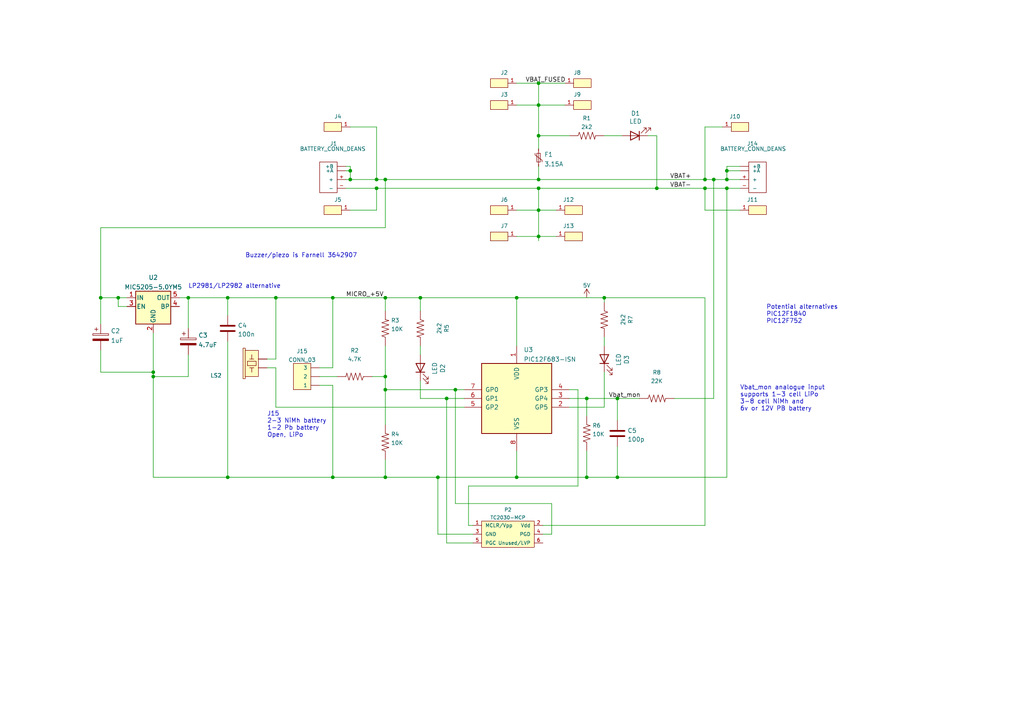
<source format=kicad_sch>
(kicad_sch
	(version 20250114)
	(generator "eeschema")
	(generator_version "9.0")
	(uuid "e47adf3d-9c24-4345-80c9-66679cad107e")
	(paper "A4")
	(title_block
		(title "RC Power Board")
		(date "2022-12-26")
		(rev "1")
	)
	(lib_symbols
		(symbol "BATTERY_CONN_DEANS_1"
			(pin_names
				(offset 1.016)
			)
			(exclude_from_sim no)
			(in_bom yes)
			(on_board yes)
			(property "Reference" "J1"
				(at -1.0668 12.954 0)
				(effects
					(font
						(size 1.143 1.143)
					)
				)
			)
			(property "Value" "BATTERY_CONN_DEANS"
				(at -1.27 11.43 0)
				(effects
					(font
						(size 1.143 1.143)
					)
				)
			)
			(property "Footprint" "Connectors:DEANS"
				(at 0 10.16 0)
				(effects
					(font
						(size 0.508 0.508)
					)
					(hide yes)
				)
			)
			(property "Datasheet" ""
				(at 0 0 0)
				(effects
					(font
						(size 1.27 1.27)
					)
					(hide yes)
				)
			)
			(property "Description" "Battery Connectors Various footprints for battery connections SparkFun Products:<ul><li><a href=\"https://www.sparkfun.com/products/11864\">Deans Connector -M/F Pair</a></li></ul>"
				(at 0 0 0)
				(effects
					(font
						(size 1.27 1.27)
					)
					(hide yes)
				)
			)
			(property "Field4" "PRT-11864"
				(at -1.27 8.89 0)
				(effects
					(font
						(size 1.524 1.524)
					)
					(hide yes)
				)
			)
			(property "ki_locked" ""
				(at 0 0 0)
				(effects
					(font
						(size 1.27 1.27)
					)
				)
			)
			(property "ki_keywords" "PROD_ID:PRT-11864"
				(at 0 0 0)
				(effects
					(font
						(size 1.27 1.27)
					)
					(hide yes)
				)
			)
			(property "ki_fp_filters" "*DEANS*"
				(at 0 0 0)
				(effects
					(font
						(size 1.27 1.27)
					)
					(hide yes)
				)
			)
			(symbol "BATTERY_CONN_DEANS_1_0_1"
				(rectangle
					(start 0 7.62)
					(end -5.08 -1.27)
					(stroke
						(width 0.1524)
						(type default)
					)
					(fill
						(type none)
					)
				)
			)
			(symbol "BATTERY_CONN_DEANS_1_1_1"
				(pin passive line
					(at 2.54 6.35 180)
					(length 2.54)
					(name "+B"
						(effects
							(font
								(size 1.016 1.016)
							)
						)
					)
					(number ""
						(effects
							(font
								(size 1.016 1.016)
							)
						)
					)
				)
				(pin passive line
					(at 2.54 5.08 180)
					(length 2.54)
					(name "+A"
						(effects
							(font
								(size 1.016 1.016)
							)
						)
					)
					(number ""
						(effects
							(font
								(size 1.016 1.016)
							)
						)
					)
				)
				(pin passive line
					(at 2.54 2.54 180)
					(length 2.54)
					(name "+"
						(effects
							(font
								(size 1.016 1.016)
							)
						)
					)
					(number "+"
						(effects
							(font
								(size 1.016 1.016)
							)
						)
					)
				)
				(pin passive line
					(at 2.54 0 180)
					(length 2.54)
					(name "-"
						(effects
							(font
								(size 1.016 1.016)
							)
						)
					)
					(number "-"
						(effects
							(font
								(size 1.016 1.016)
							)
						)
					)
				)
			)
			(embedded_fonts no)
		)
		(symbol "Device:C"
			(pin_numbers
				(hide yes)
			)
			(pin_names
				(offset 0.254)
			)
			(exclude_from_sim no)
			(in_bom yes)
			(on_board yes)
			(property "Reference" "C"
				(at 0.635 2.54 0)
				(effects
					(font
						(size 1.27 1.27)
					)
					(justify left)
				)
			)
			(property "Value" "C"
				(at 0.635 -2.54 0)
				(effects
					(font
						(size 1.27 1.27)
					)
					(justify left)
				)
			)
			(property "Footprint" ""
				(at 0.9652 -3.81 0)
				(effects
					(font
						(size 1.27 1.27)
					)
					(hide yes)
				)
			)
			(property "Datasheet" "~"
				(at 0 0 0)
				(effects
					(font
						(size 1.27 1.27)
					)
					(hide yes)
				)
			)
			(property "Description" "Unpolarized capacitor"
				(at 0 0 0)
				(effects
					(font
						(size 1.27 1.27)
					)
					(hide yes)
				)
			)
			(property "ki_keywords" "cap capacitor"
				(at 0 0 0)
				(effects
					(font
						(size 1.27 1.27)
					)
					(hide yes)
				)
			)
			(property "ki_fp_filters" "C_*"
				(at 0 0 0)
				(effects
					(font
						(size 1.27 1.27)
					)
					(hide yes)
				)
			)
			(symbol "C_0_1"
				(polyline
					(pts
						(xy -2.032 0.762) (xy 2.032 0.762)
					)
					(stroke
						(width 0.508)
						(type default)
					)
					(fill
						(type none)
					)
				)
				(polyline
					(pts
						(xy -2.032 -0.762) (xy 2.032 -0.762)
					)
					(stroke
						(width 0.508)
						(type default)
					)
					(fill
						(type none)
					)
				)
			)
			(symbol "C_1_1"
				(pin passive line
					(at 0 3.81 270)
					(length 2.794)
					(name "~"
						(effects
							(font
								(size 1.27 1.27)
							)
						)
					)
					(number "1"
						(effects
							(font
								(size 1.27 1.27)
							)
						)
					)
				)
				(pin passive line
					(at 0 -3.81 90)
					(length 2.794)
					(name "~"
						(effects
							(font
								(size 1.27 1.27)
							)
						)
					)
					(number "2"
						(effects
							(font
								(size 1.27 1.27)
							)
						)
					)
				)
			)
			(embedded_fonts no)
		)
		(symbol "Device:C_Polarized"
			(pin_numbers
				(hide yes)
			)
			(pin_names
				(offset 0.254)
			)
			(exclude_from_sim no)
			(in_bom yes)
			(on_board yes)
			(property "Reference" "C"
				(at 0.635 2.54 0)
				(effects
					(font
						(size 1.27 1.27)
					)
					(justify left)
				)
			)
			(property "Value" "C_Polarized"
				(at 0.635 -2.54 0)
				(effects
					(font
						(size 1.27 1.27)
					)
					(justify left)
				)
			)
			(property "Footprint" ""
				(at 0.9652 -3.81 0)
				(effects
					(font
						(size 1.27 1.27)
					)
					(hide yes)
				)
			)
			(property "Datasheet" "~"
				(at 0 0 0)
				(effects
					(font
						(size 1.27 1.27)
					)
					(hide yes)
				)
			)
			(property "Description" "Polarized capacitor"
				(at 0 0 0)
				(effects
					(font
						(size 1.27 1.27)
					)
					(hide yes)
				)
			)
			(property "ki_keywords" "cap capacitor"
				(at 0 0 0)
				(effects
					(font
						(size 1.27 1.27)
					)
					(hide yes)
				)
			)
			(property "ki_fp_filters" "CP_*"
				(at 0 0 0)
				(effects
					(font
						(size 1.27 1.27)
					)
					(hide yes)
				)
			)
			(symbol "C_Polarized_0_1"
				(rectangle
					(start -2.286 0.508)
					(end 2.286 1.016)
					(stroke
						(width 0)
						(type default)
					)
					(fill
						(type none)
					)
				)
				(polyline
					(pts
						(xy -1.778 2.286) (xy -0.762 2.286)
					)
					(stroke
						(width 0)
						(type default)
					)
					(fill
						(type none)
					)
				)
				(polyline
					(pts
						(xy -1.27 2.794) (xy -1.27 1.778)
					)
					(stroke
						(width 0)
						(type default)
					)
					(fill
						(type none)
					)
				)
				(rectangle
					(start 2.286 -0.508)
					(end -2.286 -1.016)
					(stroke
						(width 0)
						(type default)
					)
					(fill
						(type outline)
					)
				)
			)
			(symbol "C_Polarized_1_1"
				(pin passive line
					(at 0 3.81 270)
					(length 2.794)
					(name "~"
						(effects
							(font
								(size 1.27 1.27)
							)
						)
					)
					(number "1"
						(effects
							(font
								(size 1.27 1.27)
							)
						)
					)
				)
				(pin passive line
					(at 0 -3.81 90)
					(length 2.794)
					(name "~"
						(effects
							(font
								(size 1.27 1.27)
							)
						)
					)
					(number "2"
						(effects
							(font
								(size 1.27 1.27)
							)
						)
					)
				)
			)
			(embedded_fonts no)
		)
		(symbol "Device:LED"
			(pin_numbers
				(hide yes)
			)
			(pin_names
				(offset 1.016)
				(hide yes)
			)
			(exclude_from_sim no)
			(in_bom yes)
			(on_board yes)
			(property "Reference" "D"
				(at 0 2.54 0)
				(effects
					(font
						(size 1.27 1.27)
					)
				)
			)
			(property "Value" "LED"
				(at 0 -2.54 0)
				(effects
					(font
						(size 1.27 1.27)
					)
				)
			)
			(property "Footprint" ""
				(at 0 0 0)
				(effects
					(font
						(size 1.27 1.27)
					)
					(hide yes)
				)
			)
			(property "Datasheet" "~"
				(at 0 0 0)
				(effects
					(font
						(size 1.27 1.27)
					)
					(hide yes)
				)
			)
			(property "Description" "Light emitting diode"
				(at 0 0 0)
				(effects
					(font
						(size 1.27 1.27)
					)
					(hide yes)
				)
			)
			(property "ki_keywords" "LED diode"
				(at 0 0 0)
				(effects
					(font
						(size 1.27 1.27)
					)
					(hide yes)
				)
			)
			(property "ki_fp_filters" "LED* LED_SMD:* LED_THT:*"
				(at 0 0 0)
				(effects
					(font
						(size 1.27 1.27)
					)
					(hide yes)
				)
			)
			(symbol "LED_0_1"
				(polyline
					(pts
						(xy -3.048 -0.762) (xy -4.572 -2.286) (xy -3.81 -2.286) (xy -4.572 -2.286) (xy -4.572 -1.524)
					)
					(stroke
						(width 0)
						(type default)
					)
					(fill
						(type none)
					)
				)
				(polyline
					(pts
						(xy -1.778 -0.762) (xy -3.302 -2.286) (xy -2.54 -2.286) (xy -3.302 -2.286) (xy -3.302 -1.524)
					)
					(stroke
						(width 0)
						(type default)
					)
					(fill
						(type none)
					)
				)
				(polyline
					(pts
						(xy -1.27 0) (xy 1.27 0)
					)
					(stroke
						(width 0)
						(type default)
					)
					(fill
						(type none)
					)
				)
				(polyline
					(pts
						(xy -1.27 -1.27) (xy -1.27 1.27)
					)
					(stroke
						(width 0.254)
						(type default)
					)
					(fill
						(type none)
					)
				)
				(polyline
					(pts
						(xy 1.27 -1.27) (xy 1.27 1.27) (xy -1.27 0) (xy 1.27 -1.27)
					)
					(stroke
						(width 0.254)
						(type default)
					)
					(fill
						(type none)
					)
				)
			)
			(symbol "LED_1_1"
				(pin passive line
					(at -3.81 0 0)
					(length 2.54)
					(name "K"
						(effects
							(font
								(size 1.27 1.27)
							)
						)
					)
					(number "1"
						(effects
							(font
								(size 1.27 1.27)
							)
						)
					)
				)
				(pin passive line
					(at 3.81 0 180)
					(length 2.54)
					(name "A"
						(effects
							(font
								(size 1.27 1.27)
							)
						)
					)
					(number "2"
						(effects
							(font
								(size 1.27 1.27)
							)
						)
					)
				)
			)
			(embedded_fonts no)
		)
		(symbol "Device:Polyfuse_Small"
			(pin_numbers
				(hide yes)
			)
			(pin_names
				(offset 0)
			)
			(exclude_from_sim no)
			(in_bom yes)
			(on_board yes)
			(property "Reference" "F"
				(at -1.905 0 90)
				(effects
					(font
						(size 1.27 1.27)
					)
				)
			)
			(property "Value" "Polyfuse_Small"
				(at 1.905 0 90)
				(effects
					(font
						(size 1.27 1.27)
					)
				)
			)
			(property "Footprint" ""
				(at 1.27 -5.08 0)
				(effects
					(font
						(size 1.27 1.27)
					)
					(justify left)
					(hide yes)
				)
			)
			(property "Datasheet" "~"
				(at 0 0 0)
				(effects
					(font
						(size 1.27 1.27)
					)
					(hide yes)
				)
			)
			(property "Description" "Resettable fuse, polymeric positive temperature coefficient, small symbol"
				(at 0 0 0)
				(effects
					(font
						(size 1.27 1.27)
					)
					(hide yes)
				)
			)
			(property "ki_keywords" "resettable fuse PTC PPTC polyfuse polyswitch"
				(at 0 0 0)
				(effects
					(font
						(size 1.27 1.27)
					)
					(hide yes)
				)
			)
			(property "ki_fp_filters" "*polyfuse* *PTC*"
				(at 0 0 0)
				(effects
					(font
						(size 1.27 1.27)
					)
					(hide yes)
				)
			)
			(symbol "Polyfuse_Small_0_1"
				(polyline
					(pts
						(xy -1.016 1.27) (xy -1.016 0.762) (xy 1.016 -0.762) (xy 1.016 -1.27)
					)
					(stroke
						(width 0)
						(type default)
					)
					(fill
						(type none)
					)
				)
				(rectangle
					(start -0.508 1.27)
					(end 0.508 -1.27)
					(stroke
						(width 0)
						(type default)
					)
					(fill
						(type none)
					)
				)
				(polyline
					(pts
						(xy 0 2.54) (xy 0 -2.54)
					)
					(stroke
						(width 0)
						(type default)
					)
					(fill
						(type none)
					)
				)
			)
			(symbol "Polyfuse_Small_1_1"
				(pin passive line
					(at 0 2.54 270)
					(length 0.635)
					(name "~"
						(effects
							(font
								(size 1.27 1.27)
							)
						)
					)
					(number "1"
						(effects
							(font
								(size 1.27 1.27)
							)
						)
					)
				)
				(pin passive line
					(at 0 -2.54 90)
					(length 0.635)
					(name "~"
						(effects
							(font
								(size 1.27 1.27)
							)
						)
					)
					(number "2"
						(effects
							(font
								(size 1.27 1.27)
							)
						)
					)
				)
			)
			(embedded_fonts no)
		)
		(symbol "MCU_Microchip_PIC12:PIC12F683-ISN"
			(pin_names
				(offset 1.016)
			)
			(exclude_from_sim no)
			(in_bom yes)
			(on_board yes)
			(property "Reference" "U"
				(at 1.27 13.97 0)
				(effects
					(font
						(size 1.27 1.27)
					)
					(justify left)
				)
			)
			(property "Value" "PIC12F683-ISN"
				(at 1.27 11.43 0)
				(effects
					(font
						(size 1.27 1.27)
					)
					(justify left)
				)
			)
			(property "Footprint" "Package_DIP:DIP-8_W7.62mm"
				(at 15.24 16.51 0)
				(effects
					(font
						(size 1.27 1.27)
					)
					(hide yes)
				)
			)
			(property "Datasheet" "http://ww1.microchip.com/downloads/en/DeviceDoc/41211D_.pdf"
				(at 0 0 0)
				(effects
					(font
						(size 1.27 1.27)
					)
					(hide yes)
				)
			)
			(property "Description" "PIC12F683, 2048W Flash, 128B SRAM, 256B EEPROM, SO8"
				(at 0 0 0)
				(effects
					(font
						(size 1.27 1.27)
					)
					(hide yes)
				)
			)
			(property "ki_keywords" "FLASH-Based 8-Bit CMOS Microcontroller"
				(at 0 0 0)
				(effects
					(font
						(size 1.27 1.27)
					)
					(hide yes)
				)
			)
			(property "ki_fp_filters" "DIP*W7.62mm*"
				(at 0 0 0)
				(effects
					(font
						(size 1.27 1.27)
					)
					(hide yes)
				)
			)
			(symbol "PIC12F683-ISN_0_1"
				(rectangle
					(start 10.16 -10.16)
					(end -10.16 10.16)
					(stroke
						(width 0.254)
						(type default)
					)
					(fill
						(type background)
					)
				)
			)
			(symbol "PIC12F683-ISN_1_1"
				(pin bidirectional line
					(at -15.24 2.54 0)
					(length 5.08)
					(name "GP0"
						(effects
							(font
								(size 1.27 1.27)
							)
						)
					)
					(number "7"
						(effects
							(font
								(size 1.27 1.27)
							)
						)
					)
				)
				(pin bidirectional line
					(at -15.24 0 0)
					(length 5.08)
					(name "GP1"
						(effects
							(font
								(size 1.27 1.27)
							)
						)
					)
					(number "6"
						(effects
							(font
								(size 1.27 1.27)
							)
						)
					)
				)
				(pin bidirectional line
					(at -15.24 -2.54 0)
					(length 5.08)
					(name "GP2"
						(effects
							(font
								(size 1.27 1.27)
							)
						)
					)
					(number "5"
						(effects
							(font
								(size 1.27 1.27)
							)
						)
					)
				)
				(pin power_in line
					(at 0 15.24 270)
					(length 5.08)
					(name "VDD"
						(effects
							(font
								(size 1.27 1.27)
							)
						)
					)
					(number "1"
						(effects
							(font
								(size 1.27 1.27)
							)
						)
					)
				)
				(pin power_in line
					(at 0 -15.24 90)
					(length 5.08)
					(name "VSS"
						(effects
							(font
								(size 1.27 1.27)
							)
						)
					)
					(number "8"
						(effects
							(font
								(size 1.27 1.27)
							)
						)
					)
				)
				(pin input line
					(at 15.24 2.54 180)
					(length 5.08)
					(name "GP3"
						(effects
							(font
								(size 1.27 1.27)
							)
						)
					)
					(number "4"
						(effects
							(font
								(size 1.27 1.27)
							)
						)
					)
				)
				(pin bidirectional line
					(at 15.24 0 180)
					(length 5.08)
					(name "GP4"
						(effects
							(font
								(size 1.27 1.27)
							)
						)
					)
					(number "3"
						(effects
							(font
								(size 1.27 1.27)
							)
						)
					)
				)
				(pin bidirectional line
					(at 15.24 -2.54 180)
					(length 5.08)
					(name "GP5"
						(effects
							(font
								(size 1.27 1.27)
							)
						)
					)
					(number "2"
						(effects
							(font
								(size 1.27 1.27)
							)
						)
					)
				)
			)
			(embedded_fonts no)
		)
		(symbol "Regulator_Linear:MIC5205-5.0YM5"
			(pin_names
				(offset 0.254)
			)
			(exclude_from_sim no)
			(in_bom yes)
			(on_board yes)
			(property "Reference" "U"
				(at -3.81 5.715 0)
				(effects
					(font
						(size 1.27 1.27)
					)
				)
			)
			(property "Value" "MIC5205-5.0YM5"
				(at 0 5.715 0)
				(effects
					(font
						(size 1.27 1.27)
					)
					(justify left)
				)
			)
			(property "Footprint" "Package_TO_SOT_SMD:SOT-23-5"
				(at 0 8.255 0)
				(effects
					(font
						(size 1.27 1.27)
					)
					(hide yes)
				)
			)
			(property "Datasheet" "http://ww1.microchip.com/downloads/en/DeviceDoc/20005785A.pdf"
				(at 0 0 0)
				(effects
					(font
						(size 1.27 1.27)
					)
					(hide yes)
				)
			)
			(property "Description" "150mA low dropout linear regulator, fixed 5.0V output, SOT-23-5"
				(at 0 0 0)
				(effects
					(font
						(size 1.27 1.27)
					)
					(hide yes)
				)
			)
			(property "ki_keywords" "150mA low-noise LDO linear voltage regulator fixed positive"
				(at 0 0 0)
				(effects
					(font
						(size 1.27 1.27)
					)
					(hide yes)
				)
			)
			(property "ki_fp_filters" "SOT?23*"
				(at 0 0 0)
				(effects
					(font
						(size 1.27 1.27)
					)
					(hide yes)
				)
			)
			(symbol "MIC5205-5.0YM5_0_1"
				(rectangle
					(start -5.08 4.445)
					(end 5.08 -5.08)
					(stroke
						(width 0.254)
						(type default)
					)
					(fill
						(type background)
					)
				)
			)
			(symbol "MIC5205-5.0YM5_1_1"
				(pin power_in line
					(at -7.62 2.54 0)
					(length 2.54)
					(name "IN"
						(effects
							(font
								(size 1.27 1.27)
							)
						)
					)
					(number "1"
						(effects
							(font
								(size 1.27 1.27)
							)
						)
					)
				)
				(pin input line
					(at -7.62 0 0)
					(length 2.54)
					(name "EN"
						(effects
							(font
								(size 1.27 1.27)
							)
						)
					)
					(number "3"
						(effects
							(font
								(size 1.27 1.27)
							)
						)
					)
				)
				(pin power_in line
					(at 0 -7.62 90)
					(length 2.54)
					(name "GND"
						(effects
							(font
								(size 1.27 1.27)
							)
						)
					)
					(number "2"
						(effects
							(font
								(size 1.27 1.27)
							)
						)
					)
				)
				(pin power_out line
					(at 7.62 2.54 180)
					(length 2.54)
					(name "OUT"
						(effects
							(font
								(size 1.27 1.27)
							)
						)
					)
					(number "5"
						(effects
							(font
								(size 1.27 1.27)
							)
						)
					)
				)
				(pin input line
					(at 7.62 0 180)
					(length 2.54)
					(name "BP"
						(effects
							(font
								(size 1.27 1.27)
							)
						)
					)
					(number "4"
						(effects
							(font
								(size 1.27 1.27)
							)
						)
					)
				)
			)
			(embedded_fonts no)
		)
		(symbol "SparkFun-Connectors:CONN_01POGOPIN_HOLE_LARGE"
			(pin_names
				(offset 1.016)
				(hide yes)
			)
			(exclude_from_sim no)
			(in_bom yes)
			(on_board yes)
			(property "Reference" "J"
				(at -5.08 2.54 0)
				(effects
					(font
						(size 1.143 1.143)
					)
					(justify left bottom)
				)
			)
			(property "Value" "CONN_01POGOPIN_HOLE_LARGE"
				(at -5.08 -3.81 0)
				(effects
					(font
						(size 1.143 1.143)
					)
					(justify left bottom)
				)
			)
			(property "Footprint" "1X01_POGOPIN_HOLE_0.061_DIA"
				(at 0 5.08 0)
				(effects
					(font
						(size 0.508 0.508)
					)
					(hide yes)
				)
			)
			(property "Datasheet" ""
				(at 0 0 0)
				(effects
					(font
						(size 1.27 1.27)
					)
					(hide yes)
				)
			)
			(property "Description" "Single connection point. Often used as Generic Header-pin footprint for 0.1 inch spaced/style header connections   On any of the 0.1 inch spaced packages, you can populate with these:<ul><li><a href=\"https://www.sparkfun.com/products/116\"> Break Away Headers - Straight</a> (PRT-00116)</li><li><a href=\"https://www.sparkfun.com/products/553\"> Break Away Male Headers - Right Angle</a> (PRT-00553)</li><li><a href=\"https://www.sparkfun.com/products/115\"> Female Headers</a> (PRT-00115)</li><li><a href=\"https://www.sparkfun.com/products/117\"> Break Away Headers - Machine Pin</a> (PRT-00117)</li><li><a href=\"https://www.sparkfun.com/products/743\"> Break Away Female Headers - Swiss Machine Pin</a> (PRT-00743)</li> </ul> This device is also useful as a general connection point to wire up your design to another part of your project. Our various solder wires solder well into these plated through hole pads.<ul><li><a href=\"https://www.sparkfun.com/products/11375\"> Hook-Up Wire - Assortment (Stranded, 22 AWG)</a> (PRT-11375)</li><li><a href=\"https://www.sparkfun.com/products/11367\"> Hook-Up Wire - Assortment (Solid Core, 22 AWG)</a> (PRT-11367)</li><li><a href=\"https://www.sparkfun.com/categories/141\"> View the entire wire category on our website here</a></li> </ul> <b>Special notes:</b>  SMTSO-256-ET is a \"flush mount\" nut for a 4-40 screw. We mostly use this on specialty testbeds; it is a nice way to connect hardware to your PCB at an adjustable hieght. Also note, the SNAP packages are for using a snappable style connector. We sell a baggie of snaps and they are also used on two LilyPad designs:<ul><li><a href=\"https://www.sparkfun.com/products/11347\"> Snap Assortment - 30 pack (male and female)</a> (DEV-11347)</li><li><a href=\"https://www.sparkfun.com/products/10941\">LilyPad Arduino SimpleSnap</a> (DEV-10941)</li><li><a href=\"https://www.sparkfun.com/products/10940\"> LilyPad SimpleSnap Protoboard</a> (DEV-10940)</li> </ul>"
				(at 0 0 0)
				(effects
					(font
						(size 1.27 1.27)
					)
					(hide yes)
				)
			)
			(property "Field4" "XXX-00000"
				(at 0 6.35 0)
				(effects
					(font
						(size 1.524 1.524)
					)
				)
			)
			(property "ki_keywords" "PROD_ID:XXX-00000"
				(at 0 0 0)
				(effects
					(font
						(size 1.27 1.27)
					)
					(hide yes)
				)
			)
			(property "ki_fp_filters" "*1X01_POGOPIN_HOLE_0.061_DIA*"
				(at 0 0 0)
				(effects
					(font
						(size 1.27 1.27)
					)
					(hide yes)
				)
			)
			(symbol "CONN_01POGOPIN_HOLE_LARGE_1_0"
				(rectangle
					(start 0 -1.27)
					(end -5.08 1.27)
					(stroke
						(width 0)
						(type default)
					)
					(fill
						(type background)
					)
				)
			)
			(symbol "CONN_01POGOPIN_HOLE_LARGE_1_1"
				(pin passive line
					(at 2.54 0 180)
					(length 2.54)
					(name "1"
						(effects
							(font
								(size 1.016 1.016)
							)
						)
					)
					(number "1"
						(effects
							(font
								(size 1.016 1.016)
							)
						)
					)
				)
			)
			(embedded_fonts no)
		)
		(symbol "SparkFun-Connectors:CONN_03"
			(pin_numbers
				(hide yes)
			)
			(pin_names
				(offset 1.016)
			)
			(exclude_from_sim no)
			(in_bom yes)
			(on_board yes)
			(property "Reference" "J"
				(at -5.08 7.62 0)
				(effects
					(font
						(size 1.143 1.143)
					)
					(justify left bottom)
				)
			)
			(property "Value" "CONN_03"
				(at -5.08 -3.81 0)
				(effects
					(font
						(size 1.143 1.143)
					)
					(justify left bottom)
				)
			)
			(property "Footprint" "1X03"
				(at 0 10.16 0)
				(effects
					(font
						(size 0.508 0.508)
					)
					(hide yes)
				)
			)
			(property "Datasheet" ""
				(at 0 0 0)
				(effects
					(font
						(size 1.27 1.27)
					)
					(hide yes)
				)
			)
			(property "Description" "Multi connection point. Often used as Generic Header-pin footprint for 0.1 inch spaced/style header connections  <b>On any of the 0.1 inch spaced packages, you can populate with these:</b><ul><li><a href=\"https://www.sparkfun.com/products/116\"> Break Away Headers - Straight</a> (PRT-00116)</li><li><a href=\"https://www.sparkfun.com/products/553\"> Break Away Male Headers - Right Angle</a> (PRT-00553)</li><li><a href=\"https://www.sparkfun.com/products/115\"> Female Headers</a> (PRT-00115)</li><li><a href=\"https://www.sparkfun.com/products/117\"> Break Away Headers - Machine Pin</a> (PRT-00117)</li><li><a href=\"https://www.sparkfun.com/products/743\"> Break Away Female Headers - Swiss Machine Pin</a> (PRT-00743)</li><li><a href=\"https://www.sparkfun.com/products/13875\"> Stackable Header - 3 Pin (Female, 0.1\")</a> (PRT-13875)</li></ul> <b> For SCREWTERMINALS and SPRING TERMINALS visit here:</b><ul><li><a href=\"https://www.sparkfun.com/search/results?term=Screw+Terminals\"> Screw Terimnals on SparkFun.com</a> (5mm/3.5mm/2.54mm spacing)</li></ul> <b>This device is also useful as a general connection point to wire up your design to another part of your project. Our various solder wires solder well into these plated through hole pads.</b><ul><li><a href=\"https://www.sparkfun.com/products/11375\"> Hook-Up Wire - Assortment (Stranded, 22 AWG)</a> (PRT-11375)</li><li><a href=\"https://www.sparkfun.com/products/11367\"> Hook-Up Wire - Assortment (Solid Core, 22 AWG)</a> (PRT-11367)</li><li><a href=\"https://www.sparkfun.com/categories/141\"> View the entire wire category on our website here</a></li> </ul> <b>Special notes:</b>     Molex polarized connector foot print use with SKU : PRT-08232 with associated crimp pins and housings."
				(at 0 0 0)
				(effects
					(font
						(size 1.27 1.27)
					)
					(hide yes)
				)
			)
			(property "Field4" "XXX-00000"
				(at 0 11.43 0)
				(effects
					(font
						(size 1.524 1.524)
					)
				)
			)
			(property "ki_locked" ""
				(at 0 0 0)
				(effects
					(font
						(size 1.27 1.27)
					)
				)
			)
			(property "ki_keywords" "PROD_ID:XXX-00000"
				(at 0 0 0)
				(effects
					(font
						(size 1.27 1.27)
					)
					(hide yes)
				)
			)
			(property "ki_fp_filters" "*1X03* *SCREWTERMINAL-5MM-3* *1X03_NO_SILK* *1X03_SMD_RA_MALE_POST_SMALLER* *1X03_SMD_RA_MALE_POST_SMALLEST* *JST-3-PTH* *JST-3-PTH-NS* *JST-3-PTH-VERT* *JST-3-SMD* *1X03_LOCK* *1X03_LOCK_LONGPADS* *1X03_LOCK_NO_SILK* *1X03_LONGPADS* *1X03_PP_HOLES_ONLY* *MOLEX-1X3* *MOLEX-1X3_LOCK* *SCREWTERMINAL-3.5MM-3* *SCREWTERMINAL-3.5MM-3-NS* *SCREWTERMINAL-3.5MM-3_LOCK.007S* *1X03-1MM-RA* *1X03_SMD_RA_FEMALE* *1X03_SMD_RA_MALE* *1X03_SMD_RA_MALE_POST*"
				(at 0 0 0)
				(effects
					(font
						(size 1.27 1.27)
					)
					(hide yes)
				)
			)
			(symbol "CONN_03_0_1"
				(rectangle
					(start 0 -1.27)
					(end -5.08 6.35)
					(stroke
						(width 0)
						(type default)
					)
					(fill
						(type background)
					)
				)
			)
			(symbol "CONN_03_1_1"
				(pin passive line
					(at 2.54 5.08 180)
					(length 2.54)
					(name "3"
						(effects
							(font
								(size 1.016 1.016)
							)
						)
					)
					(number "3"
						(effects
							(font
								(size 1.016 1.016)
							)
						)
					)
				)
				(pin passive line
					(at 2.54 2.54 180)
					(length 2.54)
					(name "2"
						(effects
							(font
								(size 1.016 1.016)
							)
						)
					)
					(number "2"
						(effects
							(font
								(size 1.016 1.016)
							)
						)
					)
				)
				(pin passive line
					(at 2.54 0 180)
					(length 2.54)
					(name "1"
						(effects
							(font
								(size 1.016 1.016)
							)
						)
					)
					(number "1"
						(effects
							(font
								(size 1.016 1.016)
							)
						)
					)
				)
			)
			(embedded_fonts no)
		)
		(symbol "SparkFun-Electromechanical:BUZZER-PTH"
			(pin_numbers
				(hide yes)
			)
			(pin_names
				(offset 1.016)
				(hide yes)
			)
			(exclude_from_sim no)
			(in_bom yes)
			(on_board yes)
			(property "Reference" "LS2"
				(at -2.2225 12.2636 90)
				(effects
					(font
						(size 1.143 1.143)
					)
				)
			)
			(property "Value" "BUZZER-PTH"
				(at -2.2225 9.7408 90)
				(effects
					(font
						(size 1.143 1.143)
					)
				)
			)
			(property "Footprint" "Buzzer_Beeper:Buzzer_12x9.5RM7.6"
				(at -7.62 0 0)
				(effects
					(font
						(size 0.508 0.508)
					)
					(hide yes)
				)
			)
			(property "Datasheet" ""
				(at 0 0 0)
				(effects
					(font
						(size 1.27 1.27)
					)
					(hide yes)
				)
			)
			(property "Description" "Buzzer Small round buzzers that operate around the audible 2kHz range. You can use these as speakers to create simple music or user interfaces. Variant Overview:<ul><li><b>PTH - </b> <a href=\"https://www.sparkfun.com/products/7950\">Mini Speaker - PC Mount 12mm 2.048kHz</a></li><li><b>PTH_KIT - </b> <a href=\"https://www.sparkfun.com/products/7950\">Mini Speaker - PC Mount 12mm 2.048kHz</a></li><ul><li> KIT simplifies soldering by adding stop mask to one side of the pads.</li></ul><li><b>PTH_NO_SILK - </b> <a href=\"https://www.sparkfun.com/products/7950\">Mini Speaker - PC Mount 12mm 2.048kHz</a></li><ul><li> No silkscreen indicator of buzzer outline.</li></ul><li><b>PTH_KIT_NO_SILK - </b> <a href=\"https://www.sparkfun.com/products/7950\">Mini Speaker - PC Mount 12mm 2.048kHz</a></li><ul><li> KIT package w/o silkscreen</li></ul><li><b>SMD - </b> Buzzer Audio Magnetic (CCV-084B16)</li> <ul><li>SMD buzzer used on, e.g. the <a href=\"https://www.sparkfun.com/products/8463\">LilyPad Buzzer</a> and <a href=\"https://www.sparkfun.com/products/9963\">RFID USB Reader</a>.</li></ul><li><b>SMD_KIT - </b> Buzzer Audio Magnetic (CCV-084B16)</li><ul><li>SMD Buzzer with elongated pins to make soldering easier. Used on the <a href=\"https://www.sparkfun.com/products/10935\">SparkFun Simon Says - Surface Mount Soldering Kit</a>.</li></ul></ul>"
				(at 0 0 0)
				(effects
					(font
						(size 1.27 1.27)
					)
					(hide yes)
				)
			)
			(property "Field4" "COMP-08253"
				(at -2.2225 6.8399 90)
				(effects
					(font
						(size 1.524 1.524)
					)
				)
			)
			(property "ki_locked" ""
				(at 0 0 0)
				(effects
					(font
						(size 1.27 1.27)
					)
				)
			)
			(property "ki_keywords" "PROD_ID:COMP-08253"
				(at 0 0 0)
				(effects
					(font
						(size 1.27 1.27)
					)
					(hide yes)
				)
			)
			(property "ki_fp_filters" "*BUZZER-12MM* *BUZZER-12MM-KIT* *BUZZER-12MM-NS-KIT* *BUZZER-12MM-NS* *BUZZER-CCV* *BUZZER-CCV-KIT*"
				(at 0 0 0)
				(effects
					(font
						(size 1.27 1.27)
					)
					(hide yes)
				)
			)
			(symbol "BUZZER-PTH_1_0"
				(polyline
					(pts
						(xy -2.54 3.81) (xy 5.08 3.81)
					)
					(stroke
						(width 0)
						(type default)
					)
					(fill
						(type none)
					)
				)
				(polyline
					(pts
						(xy -1.27 1.905) (xy 0 1.905)
					)
					(stroke
						(width 0)
						(type default)
					)
					(fill
						(type none)
					)
				)
				(polyline
					(pts
						(xy 0 1.905) (xy 0 2.54)
					)
					(stroke
						(width 0)
						(type default)
					)
					(fill
						(type none)
					)
				)
				(polyline
					(pts
						(xy 0 1.905) (xy 0 1.27)
					)
					(stroke
						(width 0)
						(type default)
					)
					(fill
						(type none)
					)
				)
				(polyline
					(pts
						(xy 2.54 2.54) (xy 2.54 1.905)
					)
					(stroke
						(width 0)
						(type default)
					)
					(fill
						(type none)
					)
				)
				(polyline
					(pts
						(xy 2.54 1.905) (xy 2.54 1.27)
					)
					(stroke
						(width 0)
						(type default)
					)
					(fill
						(type none)
					)
				)
				(polyline
					(pts
						(xy 2.54 1.905) (xy 3.81 1.905)
					)
					(stroke
						(width 0)
						(type default)
					)
					(fill
						(type none)
					)
				)
			)
			(symbol "BUZZER-PTH_1_1"
				(polyline
					(pts
						(xy 0.635 3.175) (xy 0.635 0.635) (xy 1.905 0.635) (xy 1.905 3.175) (xy 0.635 3.175)
					)
					(stroke
						(width 0)
						(type default)
					)
					(fill
						(type background)
					)
				)
				(polyline
					(pts
						(xy 5.08 0) (xy 5.08 3.81) (xy 5.715 3.81) (xy 5.715 4.445) (xy -3.175 4.445) (xy -3.175 3.81)
						(xy -2.54 3.81) (xy -2.54 0) (xy 5.08 0)
					)
					(stroke
						(width 0)
						(type default)
					)
					(fill
						(type background)
					)
				)
				(pin passive line
					(at 0 -2.54 90)
					(length 2.54)
					(name "+"
						(effects
							(font
								(size 1.016 1.016)
							)
						)
					)
					(number "1"
						(effects
							(font
								(size 1.016 1.016)
							)
						)
					)
				)
				(pin passive line
					(at 2.54 -2.54 90)
					(length 2.54)
					(name "-"
						(effects
							(font
								(size 1.016 1.016)
							)
						)
					)
					(number "2"
						(effects
							(font
								(size 1.016 1.016)
							)
						)
					)
				)
			)
			(embedded_fonts no)
		)
		(symbol "SparkFun-PowerSymbols:5V"
			(power)
			(pin_numbers
				(hide yes)
			)
			(pin_names
				(offset 1.016)
				(hide yes)
			)
			(exclude_from_sim no)
			(in_bom yes)
			(on_board yes)
			(property "Reference" "#SUPPLY"
				(at 1.27 0 0)
				(effects
					(font
						(size 1.143 1.143)
					)
					(justify left bottom)
					(hide yes)
				)
			)
			(property "Value" "5V"
				(at -1.27 3.81 0)
				(effects
					(font
						(size 1.143 1.143)
					)
					(justify left bottom)
				)
			)
			(property "Footprint" "XXX-00000"
				(at 0 7.62 0)
				(effects
					(font
						(size 1.524 1.524)
					)
				)
			)
			(property "Datasheet" ""
				(at 0 0 0)
				(effects
					(font
						(size 1.524 1.524)
					)
					(hide yes)
				)
			)
			(property "Description" "5V Supply Symbol Power supply symbol for a specifically-stated 5V source."
				(at 0 0 0)
				(effects
					(font
						(size 1.27 1.27)
					)
					(hide yes)
				)
			)
			(property "ki_locked" ""
				(at 0 0 0)
				(effects
					(font
						(size 1.27 1.27)
					)
				)
			)
			(property "ki_keywords" "PROD_ID:XXX-00000"
				(at 0 0 0)
				(effects
					(font
						(size 1.27 1.27)
					)
					(hide yes)
				)
			)
			(symbol "5V_1_0"
				(polyline
					(pts
						(xy 0 2.54) (xy -0.762 1.27)
					)
					(stroke
						(width 0)
						(type default)
					)
					(fill
						(type none)
					)
				)
				(polyline
					(pts
						(xy 0 0) (xy 0 2.54)
					)
					(stroke
						(width 0)
						(type default)
					)
					(fill
						(type none)
					)
				)
				(polyline
					(pts
						(xy 0.762 1.27) (xy 0 2.54)
					)
					(stroke
						(width 0)
						(type default)
					)
					(fill
						(type none)
					)
				)
			)
			(symbol "5V_1_1"
				(pin power_in line
					(at 0 0 90)
					(length 0)
					(hide yes)
					(name "5V"
						(effects
							(font
								(size 1.016 1.016)
							)
						)
					)
					(number "~"
						(effects
							(font
								(size 1.016 1.016)
							)
						)
					)
				)
			)
			(embedded_fonts no)
		)
		(symbol "SparkFun-Resistors:RESISTOR0603"
			(pin_numbers
				(hide yes)
			)
			(pin_names
				(offset 1.016)
				(hide yes)
			)
			(exclude_from_sim no)
			(in_bom yes)
			(on_board yes)
			(property "Reference" "R"
				(at -5.08 1.27 0)
				(effects
					(font
						(size 1.143 1.143)
					)
					(justify left bottom)
				)
			)
			(property "Value" "RESISTOR0603"
				(at -5.08 -3.81 0)
				(effects
					(font
						(size 1.143 1.143)
					)
					(justify left bottom)
				)
			)
			(property "Footprint" "0603"
				(at 0 3.81 0)
				(effects
					(font
						(size 0.508 0.508)
					)
					(hide yes)
				)
			)
			(property "Datasheet" ""
				(at 0 0 0)
				(effects
					(font
						(size 1.524 1.524)
					)
					(hide yes)
				)
			)
			(property "Description" "Generic Resistor Package"
				(at 0 0 0)
				(effects
					(font
						(size 1.27 1.27)
					)
					(hide yes)
				)
			)
			(property "Field4" " "
				(at 0 5.08 0)
				(effects
					(font
						(size 1.524 1.524)
					)
				)
			)
			(property "ki_locked" ""
				(at 0 0 0)
				(effects
					(font
						(size 1.27 1.27)
					)
				)
			)
			(property "ki_keywords" "PROD_ID:"
				(at 0 0 0)
				(effects
					(font
						(size 1.27 1.27)
					)
					(hide yes)
				)
			)
			(property "ki_fp_filters" "*0603* *0805* *1206*"
				(at 0 0 0)
				(effects
					(font
						(size 1.27 1.27)
					)
					(hide yes)
				)
			)
			(symbol "RESISTOR0603_1_0"
				(polyline
					(pts
						(xy -2.54 0) (xy -2.159 1.016)
					)
					(stroke
						(width 0)
						(type default)
					)
					(fill
						(type none)
					)
				)
				(polyline
					(pts
						(xy -2.159 1.016) (xy -1.524 -1.016)
					)
					(stroke
						(width 0)
						(type default)
					)
					(fill
						(type none)
					)
				)
				(polyline
					(pts
						(xy -1.524 -1.016) (xy -0.889 1.016)
					)
					(stroke
						(width 0)
						(type default)
					)
					(fill
						(type none)
					)
				)
				(polyline
					(pts
						(xy -0.889 1.016) (xy -0.254 -1.016)
					)
					(stroke
						(width 0)
						(type default)
					)
					(fill
						(type none)
					)
				)
				(polyline
					(pts
						(xy -0.254 -1.016) (xy 0.381 1.016)
					)
					(stroke
						(width 0)
						(type default)
					)
					(fill
						(type none)
					)
				)
				(polyline
					(pts
						(xy 0.381 1.016) (xy 1.016 -1.016)
					)
					(stroke
						(width 0)
						(type default)
					)
					(fill
						(type none)
					)
				)
				(polyline
					(pts
						(xy 1.016 -1.016) (xy 1.651 1.016)
					)
					(stroke
						(width 0)
						(type default)
					)
					(fill
						(type none)
					)
				)
				(polyline
					(pts
						(xy 1.651 1.016) (xy 2.286 -1.016)
					)
					(stroke
						(width 0)
						(type default)
					)
					(fill
						(type none)
					)
				)
				(polyline
					(pts
						(xy 2.286 -1.016) (xy 2.54 0)
					)
					(stroke
						(width 0)
						(type default)
					)
					(fill
						(type none)
					)
				)
			)
			(symbol "RESISTOR0603_1_1"
				(pin passive line
					(at -5.08 0 0)
					(length 2.54)
					(name "1"
						(effects
							(font
								(size 1.016 1.016)
							)
						)
					)
					(number "1"
						(effects
							(font
								(size 1.016 1.016)
							)
						)
					)
				)
				(pin passive line
					(at 5.08 0 180)
					(length 2.54)
					(name "2"
						(effects
							(font
								(size 1.016 1.016)
							)
						)
					)
					(number "2"
						(effects
							(font
								(size 1.016 1.016)
							)
						)
					)
				)
			)
			(embedded_fonts no)
		)
		(symbol "SparkFun-Resistors:RESISTOR0805"
			(pin_numbers
				(hide yes)
			)
			(pin_names
				(offset 1.016)
				(hide yes)
			)
			(exclude_from_sim no)
			(in_bom yes)
			(on_board yes)
			(property "Reference" "R"
				(at -5.08 1.27 0)
				(effects
					(font
						(size 1.143 1.143)
					)
					(justify left bottom)
				)
			)
			(property "Value" "RESISTOR0805"
				(at -5.08 -3.81 0)
				(effects
					(font
						(size 1.143 1.143)
					)
					(justify left bottom)
				)
			)
			(property "Footprint" "0805"
				(at 0 3.81 0)
				(effects
					(font
						(size 0.508 0.508)
					)
					(hide yes)
				)
			)
			(property "Datasheet" ""
				(at 0 0 0)
				(effects
					(font
						(size 1.524 1.524)
					)
					(hide yes)
				)
			)
			(property "Description" "Generic Resistor Package"
				(at 0 0 0)
				(effects
					(font
						(size 1.27 1.27)
					)
					(hide yes)
				)
			)
			(property "Field4" " "
				(at 0 5.08 0)
				(effects
					(font
						(size 1.524 1.524)
					)
				)
			)
			(property "ki_locked" ""
				(at 0 0 0)
				(effects
					(font
						(size 1.27 1.27)
					)
				)
			)
			(property "ki_keywords" "PROD_ID:"
				(at 0 0 0)
				(effects
					(font
						(size 1.27 1.27)
					)
					(hide yes)
				)
			)
			(property "ki_fp_filters" "*0805*"
				(at 0 0 0)
				(effects
					(font
						(size 1.27 1.27)
					)
					(hide yes)
				)
			)
			(symbol "RESISTOR0805_1_0"
				(polyline
					(pts
						(xy -2.54 0) (xy -2.159 1.016)
					)
					(stroke
						(width 0)
						(type default)
					)
					(fill
						(type none)
					)
				)
				(polyline
					(pts
						(xy -2.159 1.016) (xy -1.524 -1.016)
					)
					(stroke
						(width 0)
						(type default)
					)
					(fill
						(type none)
					)
				)
				(polyline
					(pts
						(xy -1.524 -1.016) (xy -0.889 1.016)
					)
					(stroke
						(width 0)
						(type default)
					)
					(fill
						(type none)
					)
				)
				(polyline
					(pts
						(xy -0.889 1.016) (xy -0.254 -1.016)
					)
					(stroke
						(width 0)
						(type default)
					)
					(fill
						(type none)
					)
				)
				(polyline
					(pts
						(xy -0.254 -1.016) (xy 0.381 1.016)
					)
					(stroke
						(width 0)
						(type default)
					)
					(fill
						(type none)
					)
				)
				(polyline
					(pts
						(xy 0.381 1.016) (xy 1.016 -1.016)
					)
					(stroke
						(width 0)
						(type default)
					)
					(fill
						(type none)
					)
				)
				(polyline
					(pts
						(xy 1.016 -1.016) (xy 1.651 1.016)
					)
					(stroke
						(width 0)
						(type default)
					)
					(fill
						(type none)
					)
				)
				(polyline
					(pts
						(xy 1.651 1.016) (xy 2.286 -1.016)
					)
					(stroke
						(width 0)
						(type default)
					)
					(fill
						(type none)
					)
				)
				(polyline
					(pts
						(xy 2.286 -1.016) (xy 2.54 0)
					)
					(stroke
						(width 0)
						(type default)
					)
					(fill
						(type none)
					)
				)
			)
			(symbol "RESISTOR0805_1_1"
				(pin passive line
					(at -5.08 0 0)
					(length 2.54)
					(name "1"
						(effects
							(font
								(size 1.016 1.016)
							)
						)
					)
					(number "1"
						(effects
							(font
								(size 1.016 1.016)
							)
						)
					)
				)
				(pin passive line
					(at 5.08 0 180)
					(length 2.54)
					(name "2"
						(effects
							(font
								(size 1.016 1.016)
							)
						)
					)
					(number "2"
						(effects
							(font
								(size 1.016 1.016)
							)
						)
					)
				)
			)
			(embedded_fonts no)
		)
		(symbol "TagConnect:TC2030-MCP"
			(pin_names
				(offset 1.016)
			)
			(exclude_from_sim no)
			(in_bom yes)
			(on_board yes)
			(property "Reference" "P"
				(at -1.27 -5.08 0)
				(effects
					(font
						(size 1.016 1.016)
					)
					(justify left)
				)
			)
			(property "Value" "TC2030-MCP"
				(at 0 5.08 0)
				(effects
					(font
						(size 1.016 1.016)
					)
				)
			)
			(property "Footprint" ""
				(at 0 0 0)
				(effects
					(font
						(size 1.27 1.27)
					)
					(hide yes)
				)
			)
			(property "Datasheet" ""
				(at 0 0 0)
				(effects
					(font
						(size 1.27 1.27)
					)
					(hide yes)
				)
			)
			(property "Description" ""
				(at 0 0 0)
				(effects
					(font
						(size 1.27 1.27)
					)
					(hide yes)
				)
			)
			(property "ki_fp_filters" "TC2030*"
				(at 0 0 0)
				(effects
					(font
						(size 1.27 1.27)
					)
					(hide yes)
				)
			)
			(symbol "TC2030-MCP_0_1"
				(rectangle
					(start 7.62 3.81)
					(end -7.62 -3.81)
					(stroke
						(width 0)
						(type default)
					)
					(fill
						(type background)
					)
				)
			)
			(symbol "TC2030-MCP_1_1"
				(pin passive line
					(at -10.16 2.54 0)
					(length 2.54)
					(name "MCLR/Vpp"
						(effects
							(font
								(size 1.016 1.016)
							)
						)
					)
					(number "1"
						(effects
							(font
								(size 1.016 1.016)
							)
						)
					)
				)
				(pin passive line
					(at -10.16 0 0)
					(length 2.54)
					(name "GND"
						(effects
							(font
								(size 1.016 1.016)
							)
						)
					)
					(number "3"
						(effects
							(font
								(size 1.016 1.016)
							)
						)
					)
				)
				(pin passive line
					(at -10.16 -2.54 0)
					(length 2.54)
					(name "PGC"
						(effects
							(font
								(size 1.016 1.016)
							)
						)
					)
					(number "5"
						(effects
							(font
								(size 1.016 1.016)
							)
						)
					)
				)
				(pin passive line
					(at 10.16 2.54 180)
					(length 2.54)
					(name "Vdd"
						(effects
							(font
								(size 1.016 1.016)
							)
						)
					)
					(number "2"
						(effects
							(font
								(size 1.016 1.016)
							)
						)
					)
				)
				(pin passive line
					(at 10.16 0 180)
					(length 2.54)
					(name "PGD"
						(effects
							(font
								(size 1.016 1.016)
							)
						)
					)
					(number "4"
						(effects
							(font
								(size 1.016 1.016)
							)
						)
					)
				)
				(pin passive line
					(at 10.16 -2.54 180)
					(length 2.54)
					(name "Unused/LVP"
						(effects
							(font
								(size 1.016 1.016)
							)
						)
					)
					(number "6"
						(effects
							(font
								(size 1.016 1.016)
							)
						)
					)
				)
			)
			(embedded_fonts no)
		)
	)
	(text "J15\n2-3 NiMh battery\n1-2 Pb battery\nOpen, LiPo"
		(exclude_from_sim no)
		(at 77.47 127 0)
		(effects
			(font
				(size 1.27 1.27)
			)
			(justify left bottom)
		)
		(uuid "3d84bc1a-60f7-44c9-b675-5f06a5df9575")
	)
	(text "Vbat_mon analogue input \nsupports 1-3 cell LiPo\n3-8 cell NiMh and\n6v or 12V PB battery"
		(exclude_from_sim no)
		(at 214.63 119.38 0)
		(effects
			(font
				(size 1.27 1.27)
			)
			(justify left bottom)
		)
		(uuid "4d909013-9cde-4285-8374-4e14fd7002ec")
	)
	(text "LP2981/LP2982 alternative"
		(exclude_from_sim no)
		(at 54.61 83.82 0)
		(effects
			(font
				(size 1.27 1.27)
			)
			(justify left bottom)
		)
		(uuid "5dfcf204-1593-493e-9ecf-fd54ad5acdeb")
	)
	(text "Buzzer/piezo is Farnell 3642907"
		(exclude_from_sim no)
		(at 71.12 74.93 0)
		(effects
			(font
				(size 1.27 1.27)
			)
			(justify left bottom)
		)
		(uuid "9abe9298-e2fc-438a-a56f-55e8a5f0847e")
	)
	(text "Potential alternatives\nPIC12F1840\nPIC12F752"
		(exclude_from_sim no)
		(at 222.25 93.98 0)
		(effects
			(font
				(size 1.27 1.27)
			)
			(justify left bottom)
		)
		(uuid "b751caf7-e33d-4d45-90b5-065bed146245")
	)
	(junction
		(at 149.86 138.43)
		(diameter 0)
		(color 0 0 0 0)
		(uuid "01156f7e-fcea-4d26-984c-9d74319e3463")
	)
	(junction
		(at 54.61 86.36)
		(diameter 0)
		(color 0 0 0 0)
		(uuid "052af0b0-d955-4649-909e-1d38069fb800")
	)
	(junction
		(at 170.18 138.43)
		(diameter 0)
		(color 0 0 0 0)
		(uuid "0d7409bd-08f4-4715-a88e-523afb7867a8")
	)
	(junction
		(at 66.04 86.36)
		(diameter 0)
		(color 0 0 0 0)
		(uuid "2233cd94-4602-4d67-88cc-0b51ffebc441")
	)
	(junction
		(at 210.82 52.07)
		(diameter 0)
		(color 0 0 0 0)
		(uuid "226bbb19-3ed7-4200-85f3-06eb27f8d2a7")
	)
	(junction
		(at 96.52 86.36)
		(diameter 0)
		(color 0 0 0 0)
		(uuid "3273e673-b199-46d6-ae67-5e38ea6ac1a9")
	)
	(junction
		(at 204.47 52.07)
		(diameter 0)
		(color 0 0 0 0)
		(uuid "3765ce25-e1be-406a-9060-f0917d285d4c")
	)
	(junction
		(at 156.21 39.37)
		(diameter 0)
		(color 0 0 0 0)
		(uuid "3b14e054-6846-4e91-b08a-c5555057a786")
	)
	(junction
		(at 175.26 86.36)
		(diameter 0)
		(color 0 0 0 0)
		(uuid "3f41d504-55e8-4cd2-bc70-72057ba0ceda")
	)
	(junction
		(at 29.21 86.36)
		(diameter 0)
		(color 0 0 0 0)
		(uuid "4488ccfc-0dab-4838-be95-2e8fcc48f720")
	)
	(junction
		(at 149.86 86.36)
		(diameter 0)
		(color 0 0 0 0)
		(uuid "455d71e5-73b2-4b2a-9078-b074a22d1394")
	)
	(junction
		(at 210.82 54.61)
		(diameter 0)
		(color 0 0 0 0)
		(uuid "461d3287-4df0-46a6-a91e-7c79c2b82d82")
	)
	(junction
		(at 210.82 49.53)
		(diameter 0)
		(color 0 0 0 0)
		(uuid "48f36435-e4ef-4a58-ad98-955cb79006d6")
	)
	(junction
		(at 96.52 138.43)
		(diameter 0)
		(color 0 0 0 0)
		(uuid "4e6630b0-f86b-4e60-9727-e9188f4c0c1d")
	)
	(junction
		(at 44.45 107.95)
		(diameter 0)
		(color 0 0 0 0)
		(uuid "4fa694fe-0226-473a-9d2d-657045a7539c")
	)
	(junction
		(at 111.76 138.43)
		(diameter 0)
		(color 0 0 0 0)
		(uuid "507004fd-8d2a-4a4a-8abb-1a9a8b48184b")
	)
	(junction
		(at 204.47 54.61)
		(diameter 0)
		(color 0 0 0 0)
		(uuid "51683a7a-2a78-43c2-b245-f301a0ad2bdd")
	)
	(junction
		(at 80.01 86.36)
		(diameter 0)
		(color 0 0 0 0)
		(uuid "63cfdf56-37d8-440f-a9ab-2af877be51b6")
	)
	(junction
		(at 111.76 52.07)
		(diameter 0)
		(color 0 0 0 0)
		(uuid "687a7f27-7d18-4b9d-9a43-f1c4c7e47b26")
	)
	(junction
		(at 156.21 54.61)
		(diameter 0)
		(color 0 0 0 0)
		(uuid "6a955fc7-39d9-4c75-9a69-676ca8c0b9b2")
	)
	(junction
		(at 111.76 109.22)
		(diameter 0)
		(color 0 0 0 0)
		(uuid "6db1ae4d-467c-4bee-bd4b-08c83035b4b7")
	)
	(junction
		(at 170.18 115.57)
		(diameter 0)
		(color 0 0 0 0)
		(uuid "7c02f315-f922-45dd-962b-640182d2d882")
	)
	(junction
		(at 127 138.43)
		(diameter 0)
		(color 0 0 0 0)
		(uuid "8074072f-7db9-4aad-8a97-fad7e6503a7b")
	)
	(junction
		(at 109.22 54.61)
		(diameter 0)
		(color 0 0 0 0)
		(uuid "811ea4f7-a4ea-4c4d-ae14-9a479b528e24")
	)
	(junction
		(at 44.45 109.22)
		(diameter 0)
		(color 0 0 0 0)
		(uuid "8d993c8e-59e7-424c-95ce-4b6030162799")
	)
	(junction
		(at 66.04 138.43)
		(diameter 0)
		(color 0 0 0 0)
		(uuid "8e0c2523-29a7-4dcf-b373-c7eee139a107")
	)
	(junction
		(at 207.01 52.07)
		(diameter 0)
		(color 0 0 0 0)
		(uuid "9497723b-ffd0-427b-ab0c-8daa3ddf8ba4")
	)
	(junction
		(at 190.5 54.61)
		(diameter 0)
		(color 0 0 0 0)
		(uuid "9622d68a-cfeb-400c-9888-02ecfee6f0c5")
	)
	(junction
		(at 156.21 24.13)
		(diameter 0)
		(color 0 0 0 0)
		(uuid "983c426c-24e0-4c65-ab69-1f1824adc5c6")
	)
	(junction
		(at 101.6 52.07)
		(diameter 0)
		(color 0 0 0 0)
		(uuid "a729eec3-3ee6-44a2-8299-f75cd7e580ca")
	)
	(junction
		(at 109.22 52.07)
		(diameter 0)
		(color 0 0 0 0)
		(uuid "a9ec539a-d80d-40cc-803c-12b6adefe42a")
	)
	(junction
		(at 101.6 49.53)
		(diameter 0)
		(color 0 0 0 0)
		(uuid "ac0a2f90-0828-4c9d-8565-465abd47757d")
	)
	(junction
		(at 34.29 86.36)
		(diameter 0)
		(color 0 0 0 0)
		(uuid "aeaabcda-3286-4468-bb7d-561940252c23")
	)
	(junction
		(at 156.21 52.07)
		(diameter 0)
		(color 0 0 0 0)
		(uuid "b215e97d-a388-4ddf-ab8d-cd800b7ebf11")
	)
	(junction
		(at 179.07 115.57)
		(diameter 0)
		(color 0 0 0 0)
		(uuid "b80ecb39-3df5-4d4e-98b2-096fd1520c2f")
	)
	(junction
		(at 111.76 86.36)
		(diameter 0)
		(color 0 0 0 0)
		(uuid "c0b802bf-80a7-4734-ad66-0e148237f9dc")
	)
	(junction
		(at 132.08 113.03)
		(diameter 0)
		(color 0 0 0 0)
		(uuid "cac3877a-8063-4093-ab76-652955050dc3")
	)
	(junction
		(at 129.54 115.57)
		(diameter 0)
		(color 0 0 0 0)
		(uuid "d7399c1e-424e-498e-9f4a-d4cf1bb4327d")
	)
	(junction
		(at 179.07 138.43)
		(diameter 0)
		(color 0 0 0 0)
		(uuid "e5c0717f-fa03-460e-88f0-c184f9d0b129")
	)
	(junction
		(at 156.21 68.58)
		(diameter 0)
		(color 0 0 0 0)
		(uuid "e615f7aa-337e-474d-9615-2ad82b1c44ca")
	)
	(junction
		(at 156.21 30.48)
		(diameter 0)
		(color 0 0 0 0)
		(uuid "e9bb29b2-2bb9-4ea2-acd9-2bb3ca677a12")
	)
	(junction
		(at 111.76 113.03)
		(diameter 0)
		(color 0 0 0 0)
		(uuid "ed994c08-8b6d-458b-8dee-8ac2579bdc33")
	)
	(junction
		(at 156.21 60.96)
		(diameter 0)
		(color 0 0 0 0)
		(uuid "f4f99e3d-7269-4f6a-a759-16ad2a258779")
	)
	(junction
		(at 121.92 86.36)
		(diameter 0)
		(color 0 0 0 0)
		(uuid "f8e0b310-4803-4b38-b1cf-01d0b93759dd")
	)
	(wire
		(pts
			(xy 149.86 138.43) (xy 127 138.43)
		)
		(stroke
			(width 0)
			(type default)
		)
		(uuid "0223b992-839c-4d66-a5d2-8195f972ce6a")
	)
	(wire
		(pts
			(xy 100.33 48.26) (xy 101.6 48.26)
		)
		(stroke
			(width 0)
			(type default)
		)
		(uuid "0319aed9-3c42-4212-887f-2690f3aeaea5")
	)
	(wire
		(pts
			(xy 167.64 140.97) (xy 167.64 113.03)
		)
		(stroke
			(width 0)
			(type default)
		)
		(uuid "06f1563a-1783-4674-8156-ab236eb4c348")
	)
	(wire
		(pts
			(xy 179.07 129.54) (xy 179.07 138.43)
		)
		(stroke
			(width 0)
			(type default)
		)
		(uuid "08c782da-4ed4-4e27-8ce8-053517bf53c5")
	)
	(wire
		(pts
			(xy 207.01 115.57) (xy 207.01 52.07)
		)
		(stroke
			(width 0)
			(type default)
		)
		(uuid "09237222-9a22-4022-b59a-10e3a56e7b14")
	)
	(wire
		(pts
			(xy 129.54 157.48) (xy 129.54 115.57)
		)
		(stroke
			(width 0)
			(type default)
		)
		(uuid "0a41f5fb-425e-4ab7-b87b-44be1cbda3c6")
	)
	(wire
		(pts
			(xy 101.6 36.83) (xy 109.22 36.83)
		)
		(stroke
			(width 0)
			(type default)
		)
		(uuid "0cebc4ca-db14-451f-b877-3f888ce68894")
	)
	(wire
		(pts
			(xy 179.07 115.57) (xy 179.07 121.92)
		)
		(stroke
			(width 0)
			(type default)
		)
		(uuid "0f9333dc-812f-4d6c-ac5b-c570eb8f7219")
	)
	(wire
		(pts
			(xy 149.86 68.58) (xy 156.21 68.58)
		)
		(stroke
			(width 0)
			(type default)
		)
		(uuid "10109f84-4940-47f8-8640-91f185ac9bc1")
	)
	(wire
		(pts
			(xy 127 138.43) (xy 111.76 138.43)
		)
		(stroke
			(width 0)
			(type default)
		)
		(uuid "113ba5b4-2625-47eb-b196-12762447fc8b")
	)
	(wire
		(pts
			(xy 160.02 154.94) (xy 160.02 146.05)
		)
		(stroke
			(width 0)
			(type default)
		)
		(uuid "12893755-933d-4886-8263-f369106c31d0")
	)
	(wire
		(pts
			(xy 54.61 86.36) (xy 66.04 86.36)
		)
		(stroke
			(width 0)
			(type default)
		)
		(uuid "14233386-b4a8-49b0-915d-0a6f6637b8fb")
	)
	(wire
		(pts
			(xy 156.21 39.37) (xy 156.21 43.18)
		)
		(stroke
			(width 0)
			(type default)
		)
		(uuid "15df5d50-9561-4a94-a464-97ce72c31a2e")
	)
	(wire
		(pts
			(xy 52.07 86.36) (xy 54.61 86.36)
		)
		(stroke
			(width 0)
			(type default)
		)
		(uuid "16af173d-628c-42b7-a549-96fede093612")
	)
	(wire
		(pts
			(xy 175.26 97.79) (xy 175.26 100.33)
		)
		(stroke
			(width 0)
			(type default)
		)
		(uuid "17827e4e-8165-4fb0-83e6-61b7b90edaad")
	)
	(wire
		(pts
			(xy 54.61 86.36) (xy 54.61 95.25)
		)
		(stroke
			(width 0)
			(type default)
		)
		(uuid "17df4e1d-0eb1-4a46-aa00-dfbd98a76376")
	)
	(wire
		(pts
			(xy 165.1 118.11) (xy 175.26 118.11)
		)
		(stroke
			(width 0)
			(type default)
		)
		(uuid "1d83fbd1-8014-4a54-a208-247d0d22096e")
	)
	(wire
		(pts
			(xy 210.82 49.53) (xy 210.82 52.07)
		)
		(stroke
			(width 0)
			(type default)
		)
		(uuid "1d8da1f0-328d-45d7-a88f-2484cc37a5ad")
	)
	(wire
		(pts
			(xy 44.45 109.22) (xy 44.45 138.43)
		)
		(stroke
			(width 0)
			(type default)
		)
		(uuid "238a4e1e-7672-4ca2-a062-2e0ef0048c03")
	)
	(wire
		(pts
			(xy 111.76 133.35) (xy 111.76 138.43)
		)
		(stroke
			(width 0)
			(type default)
		)
		(uuid "2527c674-19ef-461e-9dde-57ed692e75d7")
	)
	(wire
		(pts
			(xy 149.86 130.81) (xy 149.86 138.43)
		)
		(stroke
			(width 0)
			(type default)
		)
		(uuid "29c67676-bd76-4d45-bc9f-818d9f3e5eb7")
	)
	(wire
		(pts
			(xy 29.21 101.6) (xy 29.21 107.95)
		)
		(stroke
			(width 0)
			(type default)
		)
		(uuid "2a0ac74d-5892-47fe-be46-66521119c2c4")
	)
	(wire
		(pts
			(xy 132.08 146.05) (xy 132.08 113.03)
		)
		(stroke
			(width 0)
			(type default)
		)
		(uuid "2d37f6a6-7662-47c9-bd62-ffa66e69c9b7")
	)
	(wire
		(pts
			(xy 121.92 86.36) (xy 121.92 90.17)
		)
		(stroke
			(width 0)
			(type default)
		)
		(uuid "2f4d5aa7-35a5-45e4-954e-e256dc2f85e1")
	)
	(wire
		(pts
			(xy 167.64 113.03) (xy 165.1 113.03)
		)
		(stroke
			(width 0)
			(type default)
		)
		(uuid "327eee45-83f5-4fe4-8020-2713a765ed50")
	)
	(wire
		(pts
			(xy 170.18 115.57) (xy 179.07 115.57)
		)
		(stroke
			(width 0)
			(type default)
		)
		(uuid "339db96b-e664-418f-bc77-2fd9882f240e")
	)
	(wire
		(pts
			(xy 187.96 39.37) (xy 190.5 39.37)
		)
		(stroke
			(width 0)
			(type default)
		)
		(uuid "33b4e16b-2129-4d0a-a3dc-25e194de0786")
	)
	(wire
		(pts
			(xy 190.5 54.61) (xy 204.47 54.61)
		)
		(stroke
			(width 0)
			(type default)
		)
		(uuid "33c6d4e3-3a52-404b-a1c9-ef0ee7dd304b")
	)
	(wire
		(pts
			(xy 179.07 138.43) (xy 210.82 138.43)
		)
		(stroke
			(width 0)
			(type default)
		)
		(uuid "341fca0f-56e1-4d32-819c-3e8ccfc4ebf0")
	)
	(wire
		(pts
			(xy 92.71 111.76) (xy 96.52 111.76)
		)
		(stroke
			(width 0)
			(type default)
		)
		(uuid "3b753a1e-3b14-4673-837e-f2c8d82b20d1")
	)
	(wire
		(pts
			(xy 170.18 130.81) (xy 170.18 138.43)
		)
		(stroke
			(width 0)
			(type default)
		)
		(uuid "414dafb5-98d1-4152-85a9-e49ce1c48519")
	)
	(wire
		(pts
			(xy 36.83 88.9) (xy 34.29 88.9)
		)
		(stroke
			(width 0)
			(type default)
		)
		(uuid "4492851a-3cef-4ed5-a62f-50f9ada68dc6")
	)
	(wire
		(pts
			(xy 165.1 115.57) (xy 170.18 115.57)
		)
		(stroke
			(width 0)
			(type default)
		)
		(uuid "477b0c19-777c-43e4-bb16-4895a5b5a81a")
	)
	(wire
		(pts
			(xy 156.21 60.96) (xy 156.21 68.58)
		)
		(stroke
			(width 0)
			(type default)
		)
		(uuid "47baf4b1-0938-497d-88f9-671136aa8be7")
	)
	(wire
		(pts
			(xy 156.21 48.26) (xy 156.21 52.07)
		)
		(stroke
			(width 0)
			(type default)
		)
		(uuid "497d546e-fe3a-48f3-be02-40ceb4d49536")
	)
	(wire
		(pts
			(xy 156.21 68.58) (xy 156.21 69.85)
		)
		(stroke
			(width 0)
			(type default)
		)
		(uuid "4985f109-2a7e-403b-a840-6ddb35a584e8")
	)
	(wire
		(pts
			(xy 101.6 52.07) (xy 109.22 52.07)
		)
		(stroke
			(width 0)
			(type default)
		)
		(uuid "4aaaf6a5-8746-4760-99df-7fb9be8fad6f")
	)
	(wire
		(pts
			(xy 170.18 115.57) (xy 170.18 120.65)
		)
		(stroke
			(width 0)
			(type default)
		)
		(uuid "4c434956-cf54-4b21-97f4-ae60267aa72e")
	)
	(wire
		(pts
			(xy 111.76 113.03) (xy 111.76 109.22)
		)
		(stroke
			(width 0)
			(type default)
		)
		(uuid "4d87c861-d1bd-4b00-8728-221ee5960db0")
	)
	(wire
		(pts
			(xy 156.21 68.58) (xy 161.29 68.58)
		)
		(stroke
			(width 0)
			(type default)
		)
		(uuid "4fb02e58-160a-4a39-9f22-d0c75e82ee72")
	)
	(wire
		(pts
			(xy 34.29 86.36) (xy 29.21 86.36)
		)
		(stroke
			(width 0)
			(type default)
		)
		(uuid "50537c4b-f1c8-4198-8d03-b7b419f531e9")
	)
	(wire
		(pts
			(xy 96.52 86.36) (xy 96.52 106.68)
		)
		(stroke
			(width 0)
			(type default)
		)
		(uuid "5419bd0c-3b65-46c9-9ee2-3555d529a885")
	)
	(wire
		(pts
			(xy 209.55 36.83) (xy 204.47 36.83)
		)
		(stroke
			(width 0)
			(type default)
		)
		(uuid "554f54ec-a2be-438a-847e-f841e0186375")
	)
	(wire
		(pts
			(xy 100.33 54.61) (xy 109.22 54.61)
		)
		(stroke
			(width 0)
			(type default)
		)
		(uuid "5740c959-93d8-47fd-8f68-62f0109e753d")
	)
	(wire
		(pts
			(xy 137.16 152.4) (xy 135.89 152.4)
		)
		(stroke
			(width 0)
			(type default)
		)
		(uuid "57a524ea-56b5-4afe-9441-b4c294c925c5")
	)
	(wire
		(pts
			(xy 204.47 60.96) (xy 204.47 54.61)
		)
		(stroke
			(width 0)
			(type default)
		)
		(uuid "5fb7f363-5799-4f75-9e5e-6e3b024bc0ef")
	)
	(wire
		(pts
			(xy 111.76 86.36) (xy 111.76 90.17)
		)
		(stroke
			(width 0)
			(type default)
		)
		(uuid "60280a04-1053-4811-a8c0-d73be544d025")
	)
	(wire
		(pts
			(xy 214.63 49.53) (xy 210.82 49.53)
		)
		(stroke
			(width 0)
			(type default)
		)
		(uuid "617b129c-1921-4cd3-a106-fe9588ec1d9a")
	)
	(wire
		(pts
			(xy 210.82 54.61) (xy 210.82 138.43)
		)
		(stroke
			(width 0)
			(type default)
		)
		(uuid "61c81d42-50a1-4bdc-8b74-e9e8c04588df")
	)
	(wire
		(pts
			(xy 80.01 106.68) (xy 80.01 118.11)
		)
		(stroke
			(width 0)
			(type default)
		)
		(uuid "6209f8e5-846b-48bc-be3e-e246d6b50068")
	)
	(wire
		(pts
			(xy 156.21 24.13) (xy 156.21 30.48)
		)
		(stroke
			(width 0)
			(type default)
		)
		(uuid "62c076a3-d618-44a2-9042-9a08b3576787")
	)
	(wire
		(pts
			(xy 101.6 48.26) (xy 101.6 49.53)
		)
		(stroke
			(width 0)
			(type default)
		)
		(uuid "64c1cb06-bd86-4862-b435-7a5bfaa1e3f3")
	)
	(wire
		(pts
			(xy 34.29 88.9) (xy 34.29 86.36)
		)
		(stroke
			(width 0)
			(type default)
		)
		(uuid "682c482c-bf94-4386-b71d-08b6e297bc83")
	)
	(wire
		(pts
			(xy 204.47 52.07) (xy 207.01 52.07)
		)
		(stroke
			(width 0)
			(type default)
		)
		(uuid "685c7296-7588-4666-8256-b1eda6ee3b3c")
	)
	(wire
		(pts
			(xy 204.47 86.36) (xy 175.26 86.36)
		)
		(stroke
			(width 0)
			(type default)
		)
		(uuid "6956f11d-5560-497f-9bb9-52088667d972")
	)
	(wire
		(pts
			(xy 175.26 86.36) (xy 175.26 87.63)
		)
		(stroke
			(width 0)
			(type default)
		)
		(uuid "697622ab-ffe7-41fe-a784-6959147802c3")
	)
	(wire
		(pts
			(xy 127 138.43) (xy 127 154.94)
		)
		(stroke
			(width 0)
			(type default)
		)
		(uuid "6a3d7240-1336-4c1f-935c-e20f56cf6128")
	)
	(wire
		(pts
			(xy 66.04 99.06) (xy 66.04 138.43)
		)
		(stroke
			(width 0)
			(type default)
		)
		(uuid "6aa00834-5725-47b7-961a-2d9e6417f864")
	)
	(wire
		(pts
			(xy 149.86 86.36) (xy 175.26 86.36)
		)
		(stroke
			(width 0)
			(type default)
		)
		(uuid "6d450d35-f01d-443c-b248-338899b08b44")
	)
	(wire
		(pts
			(xy 149.86 24.13) (xy 156.21 24.13)
		)
		(stroke
			(width 0)
			(type default)
		)
		(uuid "6e105729-aba0-497c-a99e-c32d2b3ddb6d")
	)
	(wire
		(pts
			(xy 80.01 86.36) (xy 80.01 104.14)
		)
		(stroke
			(width 0)
			(type default)
		)
		(uuid "6e7a0b5d-b7df-41bb-9b93-518b6dba79c6")
	)
	(wire
		(pts
			(xy 77.47 106.68) (xy 80.01 106.68)
		)
		(stroke
			(width 0)
			(type default)
		)
		(uuid "6f3e2981-dcaa-41ac-87cd-bbc5bd0febd7")
	)
	(wire
		(pts
			(xy 149.86 60.96) (xy 156.21 60.96)
		)
		(stroke
			(width 0)
			(type default)
		)
		(uuid "71c31975-2c45-4d18-a25a-18e07a55d11e")
	)
	(wire
		(pts
			(xy 121.92 86.36) (xy 149.86 86.36)
		)
		(stroke
			(width 0)
			(type default)
		)
		(uuid "71e51e65-4016-4ab6-b5cb-7bdd1954213f")
	)
	(wire
		(pts
			(xy 156.21 54.61) (xy 156.21 60.96)
		)
		(stroke
			(width 0)
			(type default)
		)
		(uuid "77ed3941-d133-4aef-a9af-5a39322d14eb")
	)
	(wire
		(pts
			(xy 109.22 52.07) (xy 111.76 52.07)
		)
		(stroke
			(width 0)
			(type default)
		)
		(uuid "78cbdd6c-4878-4cc5-9a58-0e506478e37d")
	)
	(wire
		(pts
			(xy 214.63 48.26) (xy 210.82 48.26)
		)
		(stroke
			(width 0)
			(type default)
		)
		(uuid "7a3a9c18-1f98-4bc5-ad55-c3a0a88be554")
	)
	(wire
		(pts
			(xy 29.21 66.04) (xy 111.76 66.04)
		)
		(stroke
			(width 0)
			(type default)
		)
		(uuid "7b5b1683-091e-41c5-9f2f-c98b54a047ca")
	)
	(wire
		(pts
			(xy 204.47 152.4) (xy 204.47 86.36)
		)
		(stroke
			(width 0)
			(type default)
		)
		(uuid "7f837d76-3d25-49be-9d53-7d020604f096")
	)
	(wire
		(pts
			(xy 179.07 115.57) (xy 185.42 115.57)
		)
		(stroke
			(width 0)
			(type default)
		)
		(uuid "7fd5ba04-463d-45b0-a549-c6f4e4f9ca32")
	)
	(wire
		(pts
			(xy 96.52 111.76) (xy 96.52 138.43)
		)
		(stroke
			(width 0)
			(type default)
		)
		(uuid "82b42f22-25ab-46ba-b71a-03c26b2466d7")
	)
	(wire
		(pts
			(xy 109.22 36.83) (xy 109.22 52.07)
		)
		(stroke
			(width 0)
			(type default)
		)
		(uuid "83a04ff7-f80e-4a47-8f7c-bfba6198c719")
	)
	(wire
		(pts
			(xy 134.62 115.57) (xy 129.54 115.57)
		)
		(stroke
			(width 0)
			(type default)
		)
		(uuid "83b7153e-9c85-48de-8c48-cc4b06ba999d")
	)
	(wire
		(pts
			(xy 44.45 138.43) (xy 66.04 138.43)
		)
		(stroke
			(width 0)
			(type default)
		)
		(uuid "84183af5-ad27-4a0c-a6b5-2d502d5fe344")
	)
	(wire
		(pts
			(xy 157.48 154.94) (xy 160.02 154.94)
		)
		(stroke
			(width 0)
			(type default)
		)
		(uuid "845cea08-eb4d-41d1-a422-890cf748c886")
	)
	(wire
		(pts
			(xy 107.95 109.22) (xy 111.76 109.22)
		)
		(stroke
			(width 0)
			(type default)
		)
		(uuid "871ece58-ecc3-4432-910f-bf12a6ba709f")
	)
	(wire
		(pts
			(xy 44.45 107.95) (xy 44.45 109.22)
		)
		(stroke
			(width 0)
			(type default)
		)
		(uuid "88b12ded-2bbe-4eca-ab3b-2f9bd9ca8eda")
	)
	(wire
		(pts
			(xy 207.01 52.07) (xy 210.82 52.07)
		)
		(stroke
			(width 0)
			(type default)
		)
		(uuid "897b19f5-da34-42b2-85ea-c5197fa8f00b")
	)
	(wire
		(pts
			(xy 156.21 39.37) (xy 165.1 39.37)
		)
		(stroke
			(width 0)
			(type default)
		)
		(uuid "8a6ec9a6-c39e-41f6-b6c2-6f2a27c74c4c")
	)
	(wire
		(pts
			(xy 210.82 48.26) (xy 210.82 49.53)
		)
		(stroke
			(width 0)
			(type default)
		)
		(uuid "8ba65986-6c97-4c3b-a2ef-768d4a383b1c")
	)
	(wire
		(pts
			(xy 111.76 123.19) (xy 111.76 113.03)
		)
		(stroke
			(width 0)
			(type default)
		)
		(uuid "8c53ed69-a65a-4bef-9bec-7173d9bbff28")
	)
	(wire
		(pts
			(xy 135.89 152.4) (xy 135.89 140.97)
		)
		(stroke
			(width 0)
			(type default)
		)
		(uuid "8ca0fd1f-8b2c-4070-aa67-6031aebf1c2d")
	)
	(wire
		(pts
			(xy 29.21 86.36) (xy 29.21 66.04)
		)
		(stroke
			(width 0)
			(type default)
		)
		(uuid "8ea1ee9b-d4ec-4217-b901-98f31363b971")
	)
	(wire
		(pts
			(xy 160.02 146.05) (xy 132.08 146.05)
		)
		(stroke
			(width 0)
			(type default)
		)
		(uuid "92e0f7ca-32ce-442e-969e-83d95ce20ffb")
	)
	(wire
		(pts
			(xy 149.86 138.43) (xy 170.18 138.43)
		)
		(stroke
			(width 0)
			(type default)
		)
		(uuid "94325249-10dc-49aa-b4bc-3f8b4aee802f")
	)
	(wire
		(pts
			(xy 156.21 24.13) (xy 163.83 24.13)
		)
		(stroke
			(width 0)
			(type default)
		)
		(uuid "94c158d1-8503-4553-b511-bf42f506c2a8")
	)
	(wire
		(pts
			(xy 170.18 138.43) (xy 179.07 138.43)
		)
		(stroke
			(width 0)
			(type default)
		)
		(uuid "954d9658-18f7-4b60-8873-b61c9815a788")
	)
	(wire
		(pts
			(xy 109.22 54.61) (xy 156.21 54.61)
		)
		(stroke
			(width 0)
			(type default)
		)
		(uuid "9762c9ed-64d8-4f3e-baf6-f6ba6effc919")
	)
	(wire
		(pts
			(xy 121.92 100.33) (xy 121.92 102.87)
		)
		(stroke
			(width 0)
			(type default)
		)
		(uuid "9d4e0978-afb9-4874-b88d-9ccf2dcdb42d")
	)
	(wire
		(pts
			(xy 66.04 86.36) (xy 80.01 86.36)
		)
		(stroke
			(width 0)
			(type default)
		)
		(uuid "a077c9f9-c98c-4910-8f03-aba43faf131f")
	)
	(wire
		(pts
			(xy 111.76 52.07) (xy 156.21 52.07)
		)
		(stroke
			(width 0)
			(type default)
		)
		(uuid "a112b983-5f84-494b-80bb-ea0925cea746")
	)
	(wire
		(pts
			(xy 66.04 138.43) (xy 96.52 138.43)
		)
		(stroke
			(width 0)
			(type default)
		)
		(uuid "a178e069-d041-4c29-afac-9fe00f6af456")
	)
	(wire
		(pts
			(xy 111.76 86.36) (xy 121.92 86.36)
		)
		(stroke
			(width 0)
			(type default)
		)
		(uuid "a2117e78-236c-4df4-a99a-950d6dda0373")
	)
	(wire
		(pts
			(xy 111.76 66.04) (xy 111.76 52.07)
		)
		(stroke
			(width 0)
			(type default)
		)
		(uuid "a946ee67-c1f6-4733-8c45-e2acc6c0016c")
	)
	(wire
		(pts
			(xy 100.33 49.53) (xy 101.6 49.53)
		)
		(stroke
			(width 0)
			(type default)
		)
		(uuid "ada8df0f-8468-428d-ac95-251e8b8a8adf")
	)
	(wire
		(pts
			(xy 210.82 52.07) (xy 214.63 52.07)
		)
		(stroke
			(width 0)
			(type default)
		)
		(uuid "adffb4cc-f295-47e9-92ec-98aca347ca67")
	)
	(wire
		(pts
			(xy 92.71 106.68) (xy 96.52 106.68)
		)
		(stroke
			(width 0)
			(type default)
		)
		(uuid "af6c2f86-b2d9-45a3-a1e6-b357702ff8f3")
	)
	(wire
		(pts
			(xy 157.48 152.4) (xy 204.47 152.4)
		)
		(stroke
			(width 0)
			(type default)
		)
		(uuid "b41026a1-9b70-43d7-8d88-1b048757f7a3")
	)
	(wire
		(pts
			(xy 175.26 39.37) (xy 180.34 39.37)
		)
		(stroke
			(width 0)
			(type default)
		)
		(uuid "b42db65e-606e-4256-a753-a1298631bc5d")
	)
	(wire
		(pts
			(xy 132.08 113.03) (xy 134.62 113.03)
		)
		(stroke
			(width 0)
			(type default)
		)
		(uuid "b4d22851-fa66-442a-801b-00853ac1201c")
	)
	(wire
		(pts
			(xy 100.33 52.07) (xy 101.6 52.07)
		)
		(stroke
			(width 0)
			(type default)
		)
		(uuid "b6bcc3cf-50de-4a33-bc41-678825c1ecf2")
	)
	(wire
		(pts
			(xy 156.21 52.07) (xy 204.47 52.07)
		)
		(stroke
			(width 0)
			(type default)
		)
		(uuid "b8f1f089-9b18-4340-befb-56ea3e3aa00d")
	)
	(wire
		(pts
			(xy 214.63 60.96) (xy 204.47 60.96)
		)
		(stroke
			(width 0)
			(type default)
		)
		(uuid "b99c4d53-eab2-4b70-b300-325063786328")
	)
	(wire
		(pts
			(xy 156.21 54.61) (xy 190.5 54.61)
		)
		(stroke
			(width 0)
			(type default)
		)
		(uuid "ba716fee-9a79-44db-a130-bcac1de40299")
	)
	(wire
		(pts
			(xy 204.47 54.61) (xy 210.82 54.61)
		)
		(stroke
			(width 0)
			(type default)
		)
		(uuid "bb1e0a4e-9502-4ad4-9f82-ba8932cdbcc0")
	)
	(wire
		(pts
			(xy 29.21 107.95) (xy 44.45 107.95)
		)
		(stroke
			(width 0)
			(type default)
		)
		(uuid "bdd25f6b-e39d-47a5-bc67-78503cc590f5")
	)
	(wire
		(pts
			(xy 135.89 140.97) (xy 167.64 140.97)
		)
		(stroke
			(width 0)
			(type default)
		)
		(uuid "be27b6c6-5995-45d4-92d4-efee5b04c226")
	)
	(wire
		(pts
			(xy 156.21 60.96) (xy 161.29 60.96)
		)
		(stroke
			(width 0)
			(type default)
		)
		(uuid "c022004a-c968-410e-b59e-fbab0e561e9d")
	)
	(wire
		(pts
			(xy 163.83 30.48) (xy 156.21 30.48)
		)
		(stroke
			(width 0)
			(type default)
		)
		(uuid "c1d83899-e380-49f9-a87d-8e78bc089ebf")
	)
	(wire
		(pts
			(xy 175.26 118.11) (xy 175.26 107.95)
		)
		(stroke
			(width 0)
			(type default)
		)
		(uuid "c87e90d6-21bc-448c-9e32-a83d596927a0")
	)
	(wire
		(pts
			(xy 66.04 86.36) (xy 66.04 91.44)
		)
		(stroke
			(width 0)
			(type default)
		)
		(uuid "ca87b2a2-de00-4bf9-b790-dc8ace0033d5")
	)
	(wire
		(pts
			(xy 195.58 115.57) (xy 207.01 115.57)
		)
		(stroke
			(width 0)
			(type default)
		)
		(uuid "d34b4ede-fc63-406e-8be8-d1f4161f624d")
	)
	(wire
		(pts
			(xy 101.6 49.53) (xy 101.6 52.07)
		)
		(stroke
			(width 0)
			(type default)
		)
		(uuid "d43e93db-cf83-4ecf-aab2-58bd5c4c3f4e")
	)
	(wire
		(pts
			(xy 34.29 86.36) (xy 36.83 86.36)
		)
		(stroke
			(width 0)
			(type default)
		)
		(uuid "d4b1296d-dde1-430c-a62a-0e7b1b8a0096")
	)
	(wire
		(pts
			(xy 156.21 30.48) (xy 149.86 30.48)
		)
		(stroke
			(width 0)
			(type default)
		)
		(uuid "da469d11-a8a4-414b-9449-d151eeaf4853")
	)
	(wire
		(pts
			(xy 109.22 60.96) (xy 109.22 54.61)
		)
		(stroke
			(width 0)
			(type default)
		)
		(uuid "daac2a94-97df-483d-bb97-f7e53f8423ed")
	)
	(wire
		(pts
			(xy 111.76 113.03) (xy 132.08 113.03)
		)
		(stroke
			(width 0)
			(type default)
		)
		(uuid "dadd4249-7070-4a20-ba99-f3e687f51821")
	)
	(wire
		(pts
			(xy 111.76 138.43) (xy 96.52 138.43)
		)
		(stroke
			(width 0)
			(type default)
		)
		(uuid "dd647938-8fa6-4168-86ce-b04e48d45046")
	)
	(wire
		(pts
			(xy 80.01 86.36) (xy 96.52 86.36)
		)
		(stroke
			(width 0)
			(type default)
		)
		(uuid "dd9956f2-e1a3-43eb-b682-c9200e10a75b")
	)
	(wire
		(pts
			(xy 204.47 36.83) (xy 204.47 52.07)
		)
		(stroke
			(width 0)
			(type default)
		)
		(uuid "df3ecc5e-5602-4736-a913-a37fbc0696d0")
	)
	(wire
		(pts
			(xy 101.6 60.96) (xy 109.22 60.96)
		)
		(stroke
			(width 0)
			(type default)
		)
		(uuid "df69da1f-56f2-4502-9333-0208e30f3c37")
	)
	(wire
		(pts
			(xy 111.76 109.22) (xy 111.76 100.33)
		)
		(stroke
			(width 0)
			(type default)
		)
		(uuid "e172e8b1-4b82-4f32-b9fd-844ffcafc1d6")
	)
	(wire
		(pts
			(xy 77.47 104.14) (xy 80.01 104.14)
		)
		(stroke
			(width 0)
			(type default)
		)
		(uuid "e4b8c00b-d5d0-4190-bdbf-95de7a8cb759")
	)
	(wire
		(pts
			(xy 156.21 30.48) (xy 156.21 39.37)
		)
		(stroke
			(width 0)
			(type default)
		)
		(uuid "e6fdca44-a500-4779-9f3a-787d732abce8")
	)
	(wire
		(pts
			(xy 190.5 39.37) (xy 190.5 54.61)
		)
		(stroke
			(width 0)
			(type default)
		)
		(uuid "e8f521dd-b89b-41f4-8857-924806f40f65")
	)
	(wire
		(pts
			(xy 129.54 115.57) (xy 121.92 115.57)
		)
		(stroke
			(width 0)
			(type default)
		)
		(uuid "ea23a6ad-d8f3-4e17-ad68-42366e188f98")
	)
	(wire
		(pts
			(xy 149.86 86.36) (xy 149.86 100.33)
		)
		(stroke
			(width 0)
			(type default)
		)
		(uuid "ea994ce6-cbd2-4821-9720-60623831bb10")
	)
	(wire
		(pts
			(xy 29.21 86.36) (xy 29.21 93.98)
		)
		(stroke
			(width 0)
			(type default)
		)
		(uuid "ed718f28-0ce8-4a62-aec7-c20ea8e0b2e1")
	)
	(wire
		(pts
			(xy 44.45 109.22) (xy 54.61 109.22)
		)
		(stroke
			(width 0)
			(type default)
		)
		(uuid "f1ff2b9b-a649-4d68-b2bd-11807133c7fc")
	)
	(wire
		(pts
			(xy 210.82 54.61) (xy 214.63 54.61)
		)
		(stroke
			(width 0)
			(type default)
		)
		(uuid "f3012dec-1189-4193-8799-b7c29c328219")
	)
	(wire
		(pts
			(xy 121.92 115.57) (xy 121.92 110.49)
		)
		(stroke
			(width 0)
			(type default)
		)
		(uuid "f3dc0f9b-5fed-4215-a62f-b13f3a1f525c")
	)
	(wire
		(pts
			(xy 92.71 109.22) (xy 97.79 109.22)
		)
		(stroke
			(width 0)
			(type default)
		)
		(uuid "f406cbac-6645-4491-bd9a-d8eddba56945")
	)
	(wire
		(pts
			(xy 44.45 96.52) (xy 44.45 107.95)
		)
		(stroke
			(width 0)
			(type default)
		)
		(uuid "f68982f8-2bf1-4d70-b6b7-cd672b2884d3")
	)
	(wire
		(pts
			(xy 80.01 118.11) (xy 134.62 118.11)
		)
		(stroke
			(width 0)
			(type default)
		)
		(uuid "f8d60f5d-d177-44ce-9433-764adbbb349e")
	)
	(wire
		(pts
			(xy 137.16 157.48) (xy 129.54 157.48)
		)
		(stroke
			(width 0)
			(type default)
		)
		(uuid "fa36fbab-3b84-4d49-8f4c-6df0de116e96")
	)
	(wire
		(pts
			(xy 137.16 154.94) (xy 127 154.94)
		)
		(stroke
			(width 0)
			(type default)
		)
		(uuid "fb650d71-243e-4fff-ad2e-e5b1bdac50ce")
	)
	(wire
		(pts
			(xy 96.52 86.36) (xy 111.76 86.36)
		)
		(stroke
			(width 0)
			(type default)
		)
		(uuid "fc49ab0d-fc81-4d13-b47f-f832dda74ec2")
	)
	(wire
		(pts
			(xy 54.61 102.87) (xy 54.61 109.22)
		)
		(stroke
			(width 0)
			(type default)
		)
		(uuid "fdd99eba-062b-4320-9826-3b41a7fe86b5")
	)
	(label "VBAT_FUSED"
		(at 152.4 24.13 0)
		(effects
			(font
				(size 1.27 1.27)
			)
			(justify left bottom)
		)
		(uuid "0d42c544-8fc4-49a1-ba36-db36a4e06893")
	)
	(label "Vbat_mon"
		(at 176.53 115.57 0)
		(effects
			(font
				(size 1.27 1.27)
			)
			(justify left bottom)
		)
		(uuid "444c9bd2-19ea-4241-8ad6-06a23a0b9257")
	)
	(label "VBAT+"
		(at 194.31 52.07 0)
		(effects
			(font
				(size 1.27 1.27)
			)
			(justify left bottom)
		)
		(uuid "5b918e6b-2a60-4fa5-ad8b-e73e23f85e4f")
	)
	(label "VBAT-"
		(at 194.31 54.61 0)
		(effects
			(font
				(size 1.27 1.27)
			)
			(justify left bottom)
		)
		(uuid "8edcf05f-b0d5-49a3-b916-fcd5f9b197b1")
	)
	(label "MICRO_+5V"
		(at 100.33 86.36 0)
		(effects
			(font
				(size 1.27 1.27)
			)
			(justify left bottom)
		)
		(uuid "dce5c0bf-5349-4b21-a0ce-acd57d3ac4d8")
	)
	(symbol
		(lib_name "BATTERY_CONN_DEANS_1")
		(lib_id "SparkFun-Connectors:BATTERY_CONN_DEANS")
		(at 97.79 54.61 0)
		(unit 1)
		(exclude_from_sim no)
		(in_bom yes)
		(on_board yes)
		(dnp no)
		(uuid "00000000-0000-0000-0000-000060d26890")
		(property "Reference" "J1"
			(at 96.7232 41.656 0)
			(effects
				(font
					(size 1.143 1.143)
				)
			)
		)
		(property "Value" "BATTERY_CONN_DEANS"
			(at 96.52 43.18 0)
			(effects
				(font
					(size 1.143 1.143)
				)
			)
		)
		(property "Footprint" "Misc:Deans_PCB"
			(at 97.79 44.45 0)
			(effects
				(font
					(size 0.508 0.508)
				)
				(hide yes)
			)
		)
		(property "Datasheet" ""
			(at 97.79 54.61 0)
			(effects
				(font
					(size 1.27 1.27)
				)
				(hide yes)
			)
		)
		(property "Description" ""
			(at 97.79 54.61 0)
			(effects
				(font
					(size 1.27 1.27)
				)
				(hide yes)
			)
		)
		(property "Field4" "PRT-11864"
			(at 96.52 45.72 0)
			(effects
				(font
					(size 1.524 1.524)
				)
				(hide yes)
			)
		)
		(pin ""
			(uuid "1a0de7ad-99f9-476c-afa6-11161d3b51dd")
		)
		(pin ""
			(uuid "1a0de7ad-99f9-476c-afa6-11161d3b51de")
		)
		(pin "+"
			(uuid "74c85198-e131-4593-808b-09cfcb3f2b20")
		)
		(pin "-"
			(uuid "9731a8ee-7009-4321-b59b-c196314643b8")
		)
		(instances
			(project "RC_Power_Board"
				(path "/e47adf3d-9c24-4345-80c9-66679cad107e"
					(reference "J1")
					(unit 1)
				)
			)
		)
	)
	(symbol
		(lib_id "Device:LED")
		(at 184.15 39.37 180)
		(unit 1)
		(exclude_from_sim no)
		(in_bom yes)
		(on_board yes)
		(dnp no)
		(uuid "00000000-0000-0000-0000-000060d29437")
		(property "Reference" "D1"
			(at 184.3278 32.893 0)
			(effects
				(font
					(size 1.27 1.27)
				)
			)
		)
		(property "Value" "LED"
			(at 184.3278 35.2044 0)
			(effects
				(font
					(size 1.27 1.27)
				)
			)
		)
		(property "Footprint" "LED_SMD:LED_0805_2012Metric_Pad1.15x1.40mm_HandSolder"
			(at 184.15 39.37 0)
			(effects
				(font
					(size 1.27 1.27)
				)
				(hide yes)
			)
		)
		(property "Datasheet" "~"
			(at 184.15 39.37 0)
			(effects
				(font
					(size 1.27 1.27)
				)
				(hide yes)
			)
		)
		(property "Description" ""
			(at 184.15 39.37 0)
			(effects
				(font
					(size 1.27 1.27)
				)
				(hide yes)
			)
		)
		(pin "1"
			(uuid "ad2bc219-bbe3-4baf-9096-a96154ce7056")
		)
		(pin "2"
			(uuid "d4369f6f-d6d3-4e75-9e7d-5c3f5df0e4c6")
		)
		(instances
			(project "RC_Power_Board"
				(path "/e47adf3d-9c24-4345-80c9-66679cad107e"
					(reference "D1")
					(unit 1)
				)
			)
		)
	)
	(symbol
		(lib_id "SparkFun-Resistors:RESISTOR0805")
		(at 170.18 39.37 0)
		(unit 1)
		(exclude_from_sim no)
		(in_bom yes)
		(on_board yes)
		(dnp no)
		(uuid "00000000-0000-0000-0000-000060d2b89d")
		(property "Reference" "R1"
			(at 170.18 34.29 0)
			(effects
				(font
					(size 1.143 1.143)
				)
			)
		)
		(property "Value" "2k2"
			(at 170.18 36.83 0)
			(effects
				(font
					(size 1.143 1.143)
				)
			)
		)
		(property "Footprint" "Resistors_SMD:R_0805"
			(at 170.18 35.56 0)
			(effects
				(font
					(size 0.508 0.508)
				)
				(hide yes)
			)
		)
		(property "Datasheet" ""
			(at 170.18 39.37 0)
			(effects
				(font
					(size 1.524 1.524)
				)
				(hide yes)
			)
		)
		(property "Description" ""
			(at 170.18 39.37 0)
			(effects
				(font
					(size 1.27 1.27)
				)
				(hide yes)
			)
		)
		(property "Field4" " "
			(at 170.18 36.2966 0)
			(effects
				(font
					(size 1.524 1.524)
				)
			)
		)
		(pin "1"
			(uuid "ac0f9295-329e-437a-b4a2-133d151277e7")
		)
		(pin "2"
			(uuid "2894b88f-d426-4160-bfc0-cbf6f66aec92")
		)
		(instances
			(project "RC_Power_Board"
				(path "/e47adf3d-9c24-4345-80c9-66679cad107e"
					(reference "R1")
					(unit 1)
				)
			)
		)
	)
	(symbol
		(lib_id "SparkFun-Connectors:CONN_01POGOPIN_HOLE_LARGE")
		(at 99.06 36.83 0)
		(unit 1)
		(exclude_from_sim no)
		(in_bom yes)
		(on_board yes)
		(dnp no)
		(uuid "00000000-0000-0000-0000-000060d2fcd0")
		(property "Reference" "J4"
			(at 97.9932 33.782 0)
			(effects
				(font
					(size 1.143 1.143)
				)
			)
		)
		(property "Value" "CONN_01POGOPIN_HOLE_LARGE"
			(at 97.9932 31.0896 0)
			(effects
				(font
					(size 1.143 1.143)
				)
				(hide yes)
			)
		)
		(property "Footprint" "TestPoint:TestPoint_Loop_D3.80mm_Drill2.5mm"
			(at 99.06 31.75 0)
			(effects
				(font
					(size 0.508 0.508)
				)
				(hide yes)
			)
		)
		(property "Datasheet" ""
			(at 99.06 36.83 0)
			(effects
				(font
					(size 1.27 1.27)
				)
				(hide yes)
			)
		)
		(property "Description" ""
			(at 99.06 36.83 0)
			(effects
				(font
					(size 1.27 1.27)
				)
				(hide yes)
			)
		)
		(property "Field4" "XXX-00000"
			(at 97.9932 33.5026 0)
			(effects
				(font
					(size 1.524 1.524)
				)
				(hide yes)
			)
		)
		(pin "1"
			(uuid "ec1a1941-ca24-4889-9802-a081705f6c94")
		)
		(instances
			(project "RC_Power_Board"
				(path "/e47adf3d-9c24-4345-80c9-66679cad107e"
					(reference "J4")
					(unit 1)
				)
			)
		)
	)
	(symbol
		(lib_id "SparkFun-Connectors:CONN_01POGOPIN_HOLE_LARGE")
		(at 147.32 30.48 0)
		(unit 1)
		(exclude_from_sim no)
		(in_bom yes)
		(on_board yes)
		(dnp no)
		(uuid "00000000-0000-0000-0000-000060d30950")
		(property "Reference" "J3"
			(at 146.2532 27.432 0)
			(effects
				(font
					(size 1.143 1.143)
				)
			)
		)
		(property "Value" "CONN_01POGOPIN_HOLE_LARGE"
			(at 146.2532 24.7396 0)
			(effects
				(font
					(size 1.143 1.143)
				)
				(hide yes)
			)
		)
		(property "Footprint" "Connector_Pin:Pin_D1.4mm_L8.5mm_W2.8mm_FlatFork"
			(at 147.32 25.4 0)
			(effects
				(font
					(size 0.508 0.508)
				)
				(hide yes)
			)
		)
		(property "Datasheet" ""
			(at 147.32 30.48 0)
			(effects
				(font
					(size 1.27 1.27)
				)
				(hide yes)
			)
		)
		(property "Description" ""
			(at 147.32 30.48 0)
			(effects
				(font
					(size 1.27 1.27)
				)
				(hide yes)
			)
		)
		(property "Field4" "XXX-00000"
			(at 146.2532 27.1526 0)
			(effects
				(font
					(size 1.524 1.524)
				)
				(hide yes)
			)
		)
		(pin "1"
			(uuid "8453800e-f0e6-427b-b293-3b35f5beedf4")
		)
		(instances
			(project "RC_Power_Board"
				(path "/e47adf3d-9c24-4345-80c9-66679cad107e"
					(reference "J3")
					(unit 1)
				)
			)
		)
	)
	(symbol
		(lib_id "SparkFun-Connectors:CONN_01POGOPIN_HOLE_LARGE")
		(at 212.09 36.83 0)
		(mirror y)
		(unit 1)
		(exclude_from_sim no)
		(in_bom yes)
		(on_board yes)
		(dnp no)
		(uuid "00000000-0000-0000-0000-000060d30fed")
		(property "Reference" "J10"
			(at 213.1568 33.782 0)
			(effects
				(font
					(size 1.143 1.143)
				)
			)
		)
		(property "Value" "CONN_01POGOPIN_HOLE_LARGE"
			(at 213.1568 31.0896 0)
			(effects
				(font
					(size 1.143 1.143)
				)
				(hide yes)
			)
		)
		(property "Footprint" "TestPoint:TestPoint_Loop_D3.80mm_Drill2.5mm"
			(at 212.09 31.75 0)
			(effects
				(font
					(size 0.508 0.508)
				)
				(hide yes)
			)
		)
		(property "Datasheet" ""
			(at 212.09 36.83 0)
			(effects
				(font
					(size 1.27 1.27)
				)
				(hide yes)
			)
		)
		(property "Description" ""
			(at 212.09 36.83 0)
			(effects
				(font
					(size 1.27 1.27)
				)
				(hide yes)
			)
		)
		(property "Field4" "XXX-00000"
			(at 213.1568 33.5026 0)
			(effects
				(font
					(size 1.524 1.524)
				)
				(hide yes)
			)
		)
		(pin "1"
			(uuid "60d114cf-436a-4a34-a8b2-f3ea0b595440")
		)
		(instances
			(project "RC_Power_Board"
				(path "/e47adf3d-9c24-4345-80c9-66679cad107e"
					(reference "J10")
					(unit 1)
				)
			)
		)
	)
	(symbol
		(lib_id "SparkFun-Connectors:CONN_01POGOPIN_HOLE_LARGE")
		(at 166.37 30.48 0)
		(mirror y)
		(unit 1)
		(exclude_from_sim no)
		(in_bom yes)
		(on_board yes)
		(dnp no)
		(uuid "00000000-0000-0000-0000-000060d31d25")
		(property "Reference" "J9"
			(at 167.4368 27.432 0)
			(effects
				(font
					(size 1.143 1.143)
				)
			)
		)
		(property "Value" "CONN_01POGOPIN_HOLE_LARGE"
			(at 167.4368 24.7396 0)
			(effects
				(font
					(size 1.143 1.143)
				)
				(hide yes)
			)
		)
		(property "Footprint" "Connector_Pin:Pin_D1.4mm_L8.5mm_W2.8mm_FlatFork"
			(at 166.37 25.4 0)
			(effects
				(font
					(size 0.508 0.508)
				)
				(hide yes)
			)
		)
		(property "Datasheet" ""
			(at 166.37 30.48 0)
			(effects
				(font
					(size 1.27 1.27)
				)
				(hide yes)
			)
		)
		(property "Description" ""
			(at 166.37 30.48 0)
			(effects
				(font
					(size 1.27 1.27)
				)
				(hide yes)
			)
		)
		(property "Field4" "XXX-00000"
			(at 167.4368 27.1526 0)
			(effects
				(font
					(size 1.524 1.524)
				)
				(hide yes)
			)
		)
		(pin "1"
			(uuid "0be92f18-9451-48f6-a885-021a28204fa8")
		)
		(instances
			(project "RC_Power_Board"
				(path "/e47adf3d-9c24-4345-80c9-66679cad107e"
					(reference "J9")
					(unit 1)
				)
			)
		)
	)
	(symbol
		(lib_id "SparkFun-Connectors:CONN_01POGOPIN_HOLE_LARGE")
		(at 99.06 60.96 0)
		(unit 1)
		(exclude_from_sim no)
		(in_bom yes)
		(on_board yes)
		(dnp no)
		(uuid "00000000-0000-0000-0000-000060d352b7")
		(property "Reference" "J5"
			(at 97.9932 57.912 0)
			(effects
				(font
					(size 1.143 1.143)
				)
			)
		)
		(property "Value" "CONN_01POGOPIN_HOLE_LARGE"
			(at 97.9932 55.2196 0)
			(effects
				(font
					(size 1.143 1.143)
				)
				(hide yes)
			)
		)
		(property "Footprint" "TestPoint:TestPoint_Loop_D3.80mm_Drill2.5mm"
			(at 99.06 55.88 0)
			(effects
				(font
					(size 0.508 0.508)
				)
				(hide yes)
			)
		)
		(property "Datasheet" ""
			(at 99.06 60.96 0)
			(effects
				(font
					(size 1.27 1.27)
				)
				(hide yes)
			)
		)
		(property "Description" ""
			(at 99.06 60.96 0)
			(effects
				(font
					(size 1.27 1.27)
				)
				(hide yes)
			)
		)
		(property "Field4" "XXX-00000"
			(at 97.9932 57.6326 0)
			(effects
				(font
					(size 1.524 1.524)
				)
				(hide yes)
			)
		)
		(pin "1"
			(uuid "bd8354e6-6367-4dcd-aa20-50a90c915d71")
		)
		(instances
			(project "RC_Power_Board"
				(path "/e47adf3d-9c24-4345-80c9-66679cad107e"
					(reference "J5")
					(unit 1)
				)
			)
		)
	)
	(symbol
		(lib_id "SparkFun-Connectors:CONN_01POGOPIN_HOLE_LARGE")
		(at 147.32 60.96 0)
		(unit 1)
		(exclude_from_sim no)
		(in_bom yes)
		(on_board yes)
		(dnp no)
		(uuid "00000000-0000-0000-0000-000060d358c2")
		(property "Reference" "J6"
			(at 146.2532 57.912 0)
			(effects
				(font
					(size 1.143 1.143)
				)
			)
		)
		(property "Value" "CONN_01POGOPIN_HOLE_LARGE"
			(at 146.2532 55.2196 0)
			(effects
				(font
					(size 1.143 1.143)
				)
				(hide yes)
			)
		)
		(property "Footprint" "Connector_Pin:Pin_D1.4mm_L8.5mm_W2.8mm_FlatFork"
			(at 147.32 55.88 0)
			(effects
				(font
					(size 0.508 0.508)
				)
				(hide yes)
			)
		)
		(property "Datasheet" ""
			(at 147.32 60.96 0)
			(effects
				(font
					(size 1.27 1.27)
				)
				(hide yes)
			)
		)
		(property "Description" ""
			(at 147.32 60.96 0)
			(effects
				(font
					(size 1.27 1.27)
				)
				(hide yes)
			)
		)
		(property "Field4" "XXX-00000"
			(at 146.2532 57.6326 0)
			(effects
				(font
					(size 1.524 1.524)
				)
				(hide yes)
			)
		)
		(pin "1"
			(uuid "918528f9-3820-428a-a8cd-9221af4c06a3")
		)
		(instances
			(project "RC_Power_Board"
				(path "/e47adf3d-9c24-4345-80c9-66679cad107e"
					(reference "J6")
					(unit 1)
				)
			)
		)
	)
	(symbol
		(lib_id "SparkFun-Connectors:CONN_01POGOPIN_HOLE_LARGE")
		(at 217.17 60.96 0)
		(mirror y)
		(unit 1)
		(exclude_from_sim no)
		(in_bom yes)
		(on_board yes)
		(dnp no)
		(uuid "00000000-0000-0000-0000-000060d35ce9")
		(property "Reference" "J11"
			(at 218.2368 57.912 0)
			(effects
				(font
					(size 1.143 1.143)
				)
			)
		)
		(property "Value" "CONN_01POGOPIN_HOLE_LARGE"
			(at 218.2368 55.2196 0)
			(effects
				(font
					(size 1.143 1.143)
				)
				(hide yes)
			)
		)
		(property "Footprint" "TestPoint:TestPoint_Loop_D3.80mm_Drill2.5mm"
			(at 217.17 55.88 0)
			(effects
				(font
					(size 0.508 0.508)
				)
				(hide yes)
			)
		)
		(property "Datasheet" ""
			(at 217.17 60.96 0)
			(effects
				(font
					(size 1.27 1.27)
				)
				(hide yes)
			)
		)
		(property "Description" ""
			(at 217.17 60.96 0)
			(effects
				(font
					(size 1.27 1.27)
				)
				(hide yes)
			)
		)
		(property "Field4" "XXX-00000"
			(at 218.2368 57.6326 0)
			(effects
				(font
					(size 1.524 1.524)
				)
				(hide yes)
			)
		)
		(pin "1"
			(uuid "6a6a31df-2724-40bd-a260-bb4a5557a690")
		)
		(instances
			(project "RC_Power_Board"
				(path "/e47adf3d-9c24-4345-80c9-66679cad107e"
					(reference "J11")
					(unit 1)
				)
			)
		)
	)
	(symbol
		(lib_id "SparkFun-Connectors:CONN_01POGOPIN_HOLE_LARGE")
		(at 147.32 68.58 0)
		(unit 1)
		(exclude_from_sim no)
		(in_bom yes)
		(on_board yes)
		(dnp no)
		(uuid "00000000-0000-0000-0000-000060d37281")
		(property "Reference" "J7"
			(at 146.2532 65.532 0)
			(effects
				(font
					(size 1.143 1.143)
				)
			)
		)
		(property "Value" "CONN_01POGOPIN_HOLE_LARGE"
			(at 146.2532 62.8396 0)
			(effects
				(font
					(size 1.143 1.143)
				)
				(hide yes)
			)
		)
		(property "Footprint" "Connector_Pin:Pin_D1.4mm_L8.5mm_W2.8mm_FlatFork"
			(at 147.32 63.5 0)
			(effects
				(font
					(size 0.508 0.508)
				)
				(hide yes)
			)
		)
		(property "Datasheet" ""
			(at 147.32 68.58 0)
			(effects
				(font
					(size 1.27 1.27)
				)
				(hide yes)
			)
		)
		(property "Description" ""
			(at 147.32 68.58 0)
			(effects
				(font
					(size 1.27 1.27)
				)
				(hide yes)
			)
		)
		(property "Field4" "XXX-00000"
			(at 146.2532 65.2526 0)
			(effects
				(font
					(size 1.524 1.524)
				)
				(hide yes)
			)
		)
		(pin "1"
			(uuid "48f2c4d4-a567-441b-b093-907f4fd625ab")
		)
		(instances
			(project "RC_Power_Board"
				(path "/e47adf3d-9c24-4345-80c9-66679cad107e"
					(reference "J7")
					(unit 1)
				)
			)
		)
	)
	(symbol
		(lib_id "SparkFun-Connectors:CONN_01POGOPIN_HOLE_LARGE")
		(at 163.83 60.96 180)
		(unit 1)
		(exclude_from_sim no)
		(in_bom yes)
		(on_board yes)
		(dnp no)
		(uuid "00000000-0000-0000-0000-000060d377dc")
		(property "Reference" "J12"
			(at 164.8968 57.912 0)
			(effects
				(font
					(size 1.143 1.143)
				)
			)
		)
		(property "Value" "CONN_01POGOPIN_HOLE_LARGE"
			(at 164.8968 66.7004 0)
			(effects
				(font
					(size 1.143 1.143)
				)
				(hide yes)
			)
		)
		(property "Footprint" "Connector_Pin:Pin_D1.4mm_L8.5mm_W2.8mm_FlatFork"
			(at 163.83 66.04 0)
			(effects
				(font
					(size 0.508 0.508)
				)
				(hide yes)
			)
		)
		(property "Datasheet" ""
			(at 163.83 60.96 0)
			(effects
				(font
					(size 1.27 1.27)
				)
				(hide yes)
			)
		)
		(property "Description" ""
			(at 163.83 60.96 0)
			(effects
				(font
					(size 1.27 1.27)
				)
				(hide yes)
			)
		)
		(property "Field4" "XXX-00000"
			(at 164.8968 64.2874 0)
			(effects
				(font
					(size 1.524 1.524)
				)
				(hide yes)
			)
		)
		(pin "1"
			(uuid "f930a182-b2d5-4c81-81c9-905795e16964")
		)
		(instances
			(project "RC_Power_Board"
				(path "/e47adf3d-9c24-4345-80c9-66679cad107e"
					(reference "J12")
					(unit 1)
				)
			)
		)
	)
	(symbol
		(lib_id "SparkFun-Connectors:CONN_01POGOPIN_HOLE_LARGE")
		(at 163.83 68.58 180)
		(unit 1)
		(exclude_from_sim no)
		(in_bom yes)
		(on_board yes)
		(dnp no)
		(uuid "00000000-0000-0000-0000-000060d385b3")
		(property "Reference" "J13"
			(at 164.8968 65.532 0)
			(effects
				(font
					(size 1.143 1.143)
				)
			)
		)
		(property "Value" "CONN_01POGOPIN_HOLE_LARGE"
			(at 164.8968 74.3204 0)
			(effects
				(font
					(size 1.143 1.143)
				)
				(hide yes)
			)
		)
		(property "Footprint" "Connector_Pin:Pin_D1.4mm_L8.5mm_W2.8mm_FlatFork"
			(at 163.83 73.66 0)
			(effects
				(font
					(size 0.508 0.508)
				)
				(hide yes)
			)
		)
		(property "Datasheet" ""
			(at 163.83 68.58 0)
			(effects
				(font
					(size 1.27 1.27)
				)
				(hide yes)
			)
		)
		(property "Description" ""
			(at 163.83 68.58 0)
			(effects
				(font
					(size 1.27 1.27)
				)
				(hide yes)
			)
		)
		(property "Field4" "XXX-00000"
			(at 164.8968 71.9074 0)
			(effects
				(font
					(size 1.524 1.524)
				)
				(hide yes)
			)
		)
		(pin "1"
			(uuid "5802adda-5a62-42e3-8e55-f26224a0ef6f")
		)
		(instances
			(project "RC_Power_Board"
				(path "/e47adf3d-9c24-4345-80c9-66679cad107e"
					(reference "J13")
					(unit 1)
				)
			)
		)
	)
	(symbol
		(lib_id "SparkFun-Connectors:CONN_01POGOPIN_HOLE_LARGE")
		(at 147.32 24.13 0)
		(unit 1)
		(exclude_from_sim no)
		(in_bom yes)
		(on_board yes)
		(dnp no)
		(uuid "00000000-0000-0000-0000-000060d38bd4")
		(property "Reference" "J2"
			(at 146.2532 21.082 0)
			(effects
				(font
					(size 1.143 1.143)
				)
			)
		)
		(property "Value" "CONN_01POGOPIN_HOLE_LARGE"
			(at 146.2532 18.3896 0)
			(effects
				(font
					(size 1.143 1.143)
				)
				(hide yes)
			)
		)
		(property "Footprint" "Connector_Pin:Pin_D1.4mm_L8.5mm_W2.8mm_FlatFork"
			(at 147.32 19.05 0)
			(effects
				(font
					(size 0.508 0.508)
				)
				(hide yes)
			)
		)
		(property "Datasheet" ""
			(at 147.32 24.13 0)
			(effects
				(font
					(size 1.27 1.27)
				)
				(hide yes)
			)
		)
		(property "Description" ""
			(at 147.32 24.13 0)
			(effects
				(font
					(size 1.27 1.27)
				)
				(hide yes)
			)
		)
		(property "Field4" "XXX-00000"
			(at 146.2532 20.8026 0)
			(effects
				(font
					(size 1.524 1.524)
				)
				(hide yes)
			)
		)
		(pin "1"
			(uuid "a1a9a0d8-c6de-418f-9a57-bf7f74b6d401")
		)
		(instances
			(project "RC_Power_Board"
				(path "/e47adf3d-9c24-4345-80c9-66679cad107e"
					(reference "J2")
					(unit 1)
				)
			)
		)
	)
	(symbol
		(lib_id "SparkFun-Connectors:CONN_01POGOPIN_HOLE_LARGE")
		(at 166.37 24.13 0)
		(mirror y)
		(unit 1)
		(exclude_from_sim no)
		(in_bom yes)
		(on_board yes)
		(dnp no)
		(uuid "00000000-0000-0000-0000-000060d38fad")
		(property "Reference" "J8"
			(at 167.4368 21.082 0)
			(effects
				(font
					(size 1.143 1.143)
				)
			)
		)
		(property "Value" "CONN_01POGOPIN_HOLE_LARGE"
			(at 167.4368 18.3896 0)
			(effects
				(font
					(size 1.143 1.143)
				)
				(hide yes)
			)
		)
		(property "Footprint" "Connector_Pin:Pin_D1.4mm_L8.5mm_W2.8mm_FlatFork"
			(at 166.37 19.05 0)
			(effects
				(font
					(size 0.508 0.508)
				)
				(hide yes)
			)
		)
		(property "Datasheet" ""
			(at 166.37 24.13 0)
			(effects
				(font
					(size 1.27 1.27)
				)
				(hide yes)
			)
		)
		(property "Description" ""
			(at 166.37 24.13 0)
			(effects
				(font
					(size 1.27 1.27)
				)
				(hide yes)
			)
		)
		(property "Field4" "XXX-00000"
			(at 167.4368 20.8026 0)
			(effects
				(font
					(size 1.524 1.524)
				)
				(hide yes)
			)
		)
		(pin "1"
			(uuid "400ae9a8-defa-4428-993d-d331f4c802a6")
		)
		(instances
			(project "RC_Power_Board"
				(path "/e47adf3d-9c24-4345-80c9-66679cad107e"
					(reference "J8")
					(unit 1)
				)
			)
		)
	)
	(symbol
		(lib_id "Device:LED")
		(at 121.92 106.68 90)
		(unit 1)
		(exclude_from_sim no)
		(in_bom yes)
		(on_board yes)
		(dnp no)
		(uuid "0543157f-39d1-4f9f-b97b-9d23de8e7894")
		(property "Reference" "D2"
			(at 128.397 106.8578 0)
			(effects
				(font
					(size 1.27 1.27)
				)
			)
		)
		(property "Value" "LED"
			(at 126.0856 106.8578 0)
			(effects
				(font
					(size 1.27 1.27)
				)
			)
		)
		(property "Footprint" "LED_SMD:LED_0805_2012Metric_Pad1.15x1.40mm_HandSolder"
			(at 121.92 106.68 0)
			(effects
				(font
					(size 1.27 1.27)
				)
				(hide yes)
			)
		)
		(property "Datasheet" "~"
			(at 121.92 106.68 0)
			(effects
				(font
					(size 1.27 1.27)
				)
				(hide yes)
			)
		)
		(property "Description" ""
			(at 121.92 106.68 0)
			(effects
				(font
					(size 1.27 1.27)
				)
				(hide yes)
			)
		)
		(pin "1"
			(uuid "64896694-0cab-4947-8abd-bfb73338ec46")
		)
		(pin "2"
			(uuid "8153b5a4-784a-4e7b-9944-b9d07e94d27a")
		)
		(instances
			(project "RC_Power_Board"
				(path "/e47adf3d-9c24-4345-80c9-66679cad107e"
					(reference "D2")
					(unit 1)
				)
			)
		)
	)
	(symbol
		(lib_id "Device:C")
		(at 66.04 95.25 0)
		(unit 1)
		(exclude_from_sim no)
		(in_bom yes)
		(on_board yes)
		(dnp no)
		(fields_autoplaced yes)
		(uuid "07ada8cb-d9ea-48f7-ba12-9375c9192288")
		(property "Reference" "C4"
			(at 68.961 94.4153 0)
			(effects
				(font
					(size 1.27 1.27)
				)
				(justify left)
			)
		)
		(property "Value" "100n"
			(at 68.961 96.9522 0)
			(effects
				(font
					(size 1.27 1.27)
				)
				(justify left)
			)
		)
		(property "Footprint" "Capacitor_SMD:C_0603_1608Metric"
			(at 67.0052 99.06 0)
			(effects
				(font
					(size 1.27 1.27)
				)
				(hide yes)
			)
		)
		(property "Datasheet" "~"
			(at 66.04 95.25 0)
			(effects
				(font
					(size 1.27 1.27)
				)
				(hide yes)
			)
		)
		(property "Description" ""
			(at 66.04 95.25 0)
			(effects
				(font
					(size 1.27 1.27)
				)
				(hide yes)
			)
		)
		(pin "1"
			(uuid "7aede982-188b-49ac-aaa2-e24935554553")
		)
		(pin "2"
			(uuid "194c87b0-b01e-467c-85be-8e7485db22be")
		)
		(instances
			(project "RC_Power_Board"
				(path "/e47adf3d-9c24-4345-80c9-66679cad107e"
					(reference "C4")
					(unit 1)
				)
			)
		)
	)
	(symbol
		(lib_id "SparkFun-Resistors:RESISTOR0805")
		(at 121.92 95.25 270)
		(unit 1)
		(exclude_from_sim no)
		(in_bom yes)
		(on_board yes)
		(dnp no)
		(uuid "0f9092b5-9d2c-4049-9f32-5c85eebffb0e")
		(property "Reference" "R5"
			(at 129.54 95.25 0)
			(effects
				(font
					(size 1.143 1.143)
				)
			)
		)
		(property "Value" "2k2"
			(at 127.4064 95.25 0)
			(effects
				(font
					(size 1.143 1.143)
				)
			)
		)
		(property "Footprint" "Resistor_SMD:R_0603_1608Metric"
			(at 125.73 95.25 0)
			(effects
				(font
					(size 0.508 0.508)
				)
				(hide yes)
			)
		)
		(property "Datasheet" ""
			(at 121.92 95.25 0)
			(effects
				(font
					(size 1.524 1.524)
				)
				(hide yes)
			)
		)
		(property "Description" ""
			(at 121.92 95.25 0)
			(effects
				(font
					(size 1.27 1.27)
				)
				(hide yes)
			)
		)
		(property "Field4" " "
			(at 124.9934 95.25 0)
			(effects
				(font
					(size 1.524 1.524)
				)
			)
		)
		(pin "1"
			(uuid "4deb4612-fea7-4fc0-92d8-a1bb6f38d8e1")
		)
		(pin "2"
			(uuid "deb80005-5e46-4e4b-9912-5646935db979")
		)
		(instances
			(project "RC_Power_Board"
				(path "/e47adf3d-9c24-4345-80c9-66679cad107e"
					(reference "R5")
					(unit 1)
				)
			)
		)
	)
	(symbol
		(lib_id "SparkFun-PowerSymbols:5V")
		(at 170.18 86.36 0)
		(unit 1)
		(exclude_from_sim no)
		(in_bom yes)
		(on_board yes)
		(dnp no)
		(fields_autoplaced yes)
		(uuid "1d188976-a4f6-432f-b868-98504508eef8")
		(property "Reference" "#SUPPLY03"
			(at 171.45 86.36 0)
			(effects
				(font
					(size 1.143 1.143)
				)
				(justify left bottom)
				(hide yes)
			)
		)
		(property "Value" "5V"
			(at 170.18 82.7858 0)
			(effects
				(font
					(size 1.143 1.143)
				)
			)
		)
		(property "Footprint" "XXX-00000"
			(at 170.18 82.6951 0)
			(effects
				(font
					(size 1.524 1.524)
				)
				(hide yes)
			)
		)
		(property "Datasheet" ""
			(at 170.18 86.36 0)
			(effects
				(font
					(size 1.524 1.524)
				)
				(hide yes)
			)
		)
		(property "Description" ""
			(at 170.18 86.36 0)
			(effects
				(font
					(size 1.27 1.27)
				)
				(hide yes)
			)
		)
		(pin "~"
			(uuid "5e7ddbf6-d009-44fe-bfb5-f343aa4f1026")
		)
		(instances
			(project "RC_Power_Board"
				(path "/e47adf3d-9c24-4345-80c9-66679cad107e"
					(reference "#SUPPLY03")
					(unit 1)
				)
			)
		)
	)
	(symbol
		(lib_id "Device:C_Polarized")
		(at 29.21 97.79 0)
		(unit 1)
		(exclude_from_sim no)
		(in_bom yes)
		(on_board yes)
		(dnp no)
		(fields_autoplaced yes)
		(uuid "2567c5e4-affe-4874-8d90-61d5d0d7c5dc")
		(property "Reference" "C2"
			(at 32.131 95.9925 0)
			(effects
				(font
					(size 1.27 1.27)
				)
				(justify left)
			)
		)
		(property "Value" "1uF"
			(at 32.131 98.7676 0)
			(effects
				(font
					(size 1.27 1.27)
				)
				(justify left)
			)
		)
		(property "Footprint" "Capacitor_SMD:CP_Elec_4x5.4"
			(at 30.1752 101.6 0)
			(effects
				(font
					(size 1.27 1.27)
				)
				(hide yes)
			)
		)
		(property "Datasheet" "~"
			(at 29.21 97.79 0)
			(effects
				(font
					(size 1.27 1.27)
				)
				(hide yes)
			)
		)
		(property "Description" ""
			(at 29.21 97.79 0)
			(effects
				(font
					(size 1.27 1.27)
				)
				(hide yes)
			)
		)
		(pin "1"
			(uuid "07858613-baf8-4456-a389-5f2048a2a9ba")
		)
		(pin "2"
			(uuid "9fc23206-ff7c-4767-8c01-d4b0850ddbc3")
		)
		(instances
			(project "RC_Power_Board"
				(path "/e47adf3d-9c24-4345-80c9-66679cad107e"
					(reference "C2")
					(unit 1)
				)
			)
		)
	)
	(symbol
		(lib_id "SparkFun-Resistors:RESISTOR0603")
		(at 170.18 125.73 90)
		(unit 1)
		(exclude_from_sim no)
		(in_bom yes)
		(on_board yes)
		(dnp no)
		(fields_autoplaced yes)
		(uuid "3e93a0f3-64ae-4ace-8112-ca0fdafa3766")
		(property "Reference" "R6"
			(at 171.831 123.4039 90)
			(effects
				(font
					(size 1.143 1.143)
				)
				(justify right)
			)
		)
		(property "Value" "10K"
			(at 171.831 125.9267 90)
			(effects
				(font
					(size 1.143 1.143)
				)
				(justify right)
			)
		)
		(property "Footprint" "Resistor_SMD:R_0603_1608Metric"
			(at 166.37 125.73 0)
			(effects
				(font
					(size 0.508 0.508)
				)
				(hide yes)
			)
		)
		(property "Datasheet" ""
			(at 170.18 125.73 0)
			(effects
				(font
					(size 1.524 1.524)
				)
				(hide yes)
			)
		)
		(property "Description" ""
			(at 170.18 125.73 0)
			(effects
				(font
					(size 1.27 1.27)
				)
				(hide yes)
			)
		)
		(property "Field4" " "
			(at 171.831 128.8276 90)
			(effects
				(font
					(size 1.524 1.524)
				)
				(justify right)
			)
		)
		(pin "1"
			(uuid "6ff726eb-39ac-4f14-9931-29153036cf12")
		)
		(pin "2"
			(uuid "f3ee1261-d1e2-46db-8b55-a0658d91b6f0")
		)
		(instances
			(project "RC_Power_Board"
				(path "/e47adf3d-9c24-4345-80c9-66679cad107e"
					(reference "R6")
					(unit 1)
				)
			)
		)
	)
	(symbol
		(lib_id "TagConnect:TC2030-MCP")
		(at 147.32 154.94 0)
		(unit 1)
		(exclude_from_sim no)
		(in_bom yes)
		(on_board yes)
		(dnp no)
		(fields_autoplaced yes)
		(uuid "43b0aad3-605b-4756-8d56-39d98ce83d29")
		(property "Reference" "P2"
			(at 147.32 147.8552 0)
			(effects
				(font
					(size 1.016 1.016)
				)
			)
		)
		(property "Value" "TC2030-MCP"
			(at 147.32 150.126 0)
			(effects
				(font
					(size 1.016 1.016)
				)
			)
		)
		(property "Footprint" "Misc:TC2030-IDC-NL"
			(at 147.32 154.94 0)
			(effects
				(font
					(size 1.27 1.27)
				)
				(hide yes)
			)
		)
		(property "Datasheet" ""
			(at 147.32 154.94 0)
			(effects
				(font
					(size 1.27 1.27)
				)
				(hide yes)
			)
		)
		(property "Description" ""
			(at 147.32 154.94 0)
			(effects
				(font
					(size 1.27 1.27)
				)
				(hide yes)
			)
		)
		(pin "1"
			(uuid "3025589b-ff2a-4c23-b401-93313bb221db")
		)
		(pin "2"
			(uuid "d1c8fe92-feee-49ba-9a69-d73c37a732e2")
		)
		(pin "3"
			(uuid "3d0fa052-5940-4d5d-b205-328f99e758ce")
		)
		(pin "4"
			(uuid "8b74e95f-3ed2-488d-a0fc-c2a0629dab98")
		)
		(pin "5"
			(uuid "66e37cbb-11d7-4f53-8e88-7e372e14b3f3")
		)
		(pin "6"
			(uuid "fb7ce5d5-d13b-4680-80e6-9144e8fffcf1")
		)
		(instances
			(project "RC_Power_Board"
				(path "/e47adf3d-9c24-4345-80c9-66679cad107e"
					(reference "P2")
					(unit 1)
				)
			)
		)
	)
	(symbol
		(lib_id "SparkFun-Resistors:RESISTOR0805")
		(at 175.26 92.71 270)
		(unit 1)
		(exclude_from_sim no)
		(in_bom yes)
		(on_board yes)
		(dnp no)
		(uuid "5aa3a83a-df5a-4bc2-8146-fb3fe1d1c8e2")
		(property "Reference" "R7"
			(at 182.88 92.71 0)
			(effects
				(font
					(size 1.143 1.143)
				)
			)
		)
		(property "Value" "2k2"
			(at 180.7464 92.71 0)
			(effects
				(font
					(size 1.143 1.143)
				)
			)
		)
		(property "Footprint" "Resistor_SMD:R_0603_1608Metric"
			(at 179.07 92.71 0)
			(effects
				(font
					(size 0.508 0.508)
				)
				(hide yes)
			)
		)
		(property "Datasheet" ""
			(at 175.26 92.71 0)
			(effects
				(font
					(size 1.524 1.524)
				)
				(hide yes)
			)
		)
		(property "Description" ""
			(at 175.26 92.71 0)
			(effects
				(font
					(size 1.27 1.27)
				)
				(hide yes)
			)
		)
		(property "Field4" " "
			(at 178.3334 92.71 0)
			(effects
				(font
					(size 1.524 1.524)
				)
			)
		)
		(pin "1"
			(uuid "f816ca17-9c0a-4693-aad9-d04191965d38")
		)
		(pin "2"
			(uuid "b6c76b8c-817d-43ac-8118-94f3e987e19b")
		)
		(instances
			(project "RC_Power_Board"
				(path "/e47adf3d-9c24-4345-80c9-66679cad107e"
					(reference "R7")
					(unit 1)
				)
			)
		)
	)
	(symbol
		(lib_id "Device:C_Polarized")
		(at 54.61 99.06 0)
		(unit 1)
		(exclude_from_sim no)
		(in_bom yes)
		(on_board yes)
		(dnp no)
		(fields_autoplaced yes)
		(uuid "6321117a-0b14-4083-9d65-bfa7f9f50342")
		(property "Reference" "C3"
			(at 57.531 97.2625 0)
			(effects
				(font
					(size 1.27 1.27)
				)
				(justify left)
			)
		)
		(property "Value" "4.7uF"
			(at 57.531 100.0376 0)
			(effects
				(font
					(size 1.27 1.27)
				)
				(justify left)
			)
		)
		(property "Footprint" "Capacitor_SMD:CP_Elec_4x5.4"
			(at 55.5752 102.87 0)
			(effects
				(font
					(size 1.27 1.27)
				)
				(hide yes)
			)
		)
		(property "Datasheet" "~"
			(at 54.61 99.06 0)
			(effects
				(font
					(size 1.27 1.27)
				)
				(hide yes)
			)
		)
		(property "Description" ""
			(at 54.61 99.06 0)
			(effects
				(font
					(size 1.27 1.27)
				)
				(hide yes)
			)
		)
		(pin "1"
			(uuid "352507fb-ae44-48e9-b67a-0b4a24aacccc")
		)
		(pin "2"
			(uuid "7b45e919-35c0-4931-8872-8829896cba91")
		)
		(instances
			(project "RC_Power_Board"
				(path "/e47adf3d-9c24-4345-80c9-66679cad107e"
					(reference "C3")
					(unit 1)
				)
			)
		)
	)
	(symbol
		(lib_id "SparkFun-Connectors:CONN_03")
		(at 90.17 111.76 0)
		(unit 1)
		(exclude_from_sim no)
		(in_bom yes)
		(on_board yes)
		(dnp no)
		(fields_autoplaced yes)
		(uuid "7bb88549-f8c9-4842-bd03-ff156ac189ec")
		(property "Reference" "J15"
			(at 87.63 101.853 0)
			(effects
				(font
					(size 1.143 1.143)
				)
			)
		)
		(property "Value" "CONN_03"
			(at 87.63 104.3758 0)
			(effects
				(font
					(size 1.143 1.143)
				)
			)
		)
		(property "Footprint" "Connector_PinHeader_2.54mm:PinHeader_1x03_P2.54mm_Vertical"
			(at 90.17 101.6 0)
			(effects
				(font
					(size 0.508 0.508)
				)
				(hide yes)
			)
		)
		(property "Datasheet" ""
			(at 90.17 111.76 0)
			(effects
				(font
					(size 1.27 1.27)
				)
				(hide yes)
			)
		)
		(property "Description" ""
			(at 90.17 111.76 0)
			(effects
				(font
					(size 1.27 1.27)
				)
				(hide yes)
			)
		)
		(property "Field4" "XXX-00000"
			(at 87.63 104.2851 0)
			(effects
				(font
					(size 1.524 1.524)
				)
				(hide yes)
			)
		)
		(pin "1"
			(uuid "5f748c65-0a33-416f-bb78-9aef9b2dedb2")
		)
		(pin "2"
			(uuid "0de4d3a7-9a88-447c-9919-517e6583fdd2")
		)
		(pin "3"
			(uuid "23a983a3-5674-4829-98c2-27172d7b52be")
		)
		(instances
			(project "RC_Power_Board"
				(path "/e47adf3d-9c24-4345-80c9-66679cad107e"
					(reference "J15")
					(unit 1)
				)
			)
		)
	)
	(symbol
		(lib_id "Regulator_Linear:MIC5205-5.0YM5")
		(at 44.45 88.9 0)
		(unit 1)
		(exclude_from_sim no)
		(in_bom yes)
		(on_board yes)
		(dnp no)
		(fields_autoplaced yes)
		(uuid "8c814c65-6a4f-43c4-a0ed-1eeac90098b0")
		(property "Reference" "U2"
			(at 44.45 80.4885 0)
			(effects
				(font
					(size 1.27 1.27)
				)
			)
		)
		(property "Value" "MIC5205-5.0YM5"
			(at 44.45 83.2636 0)
			(effects
				(font
					(size 1.27 1.27)
				)
			)
		)
		(property "Footprint" "Package_TO_SOT_SMD:SOT-23-5"
			(at 44.45 80.645 0)
			(effects
				(font
					(size 1.27 1.27)
				)
				(hide yes)
			)
		)
		(property "Datasheet" "http://ww1.microchip.com/downloads/en/DeviceDoc/20005785A.pdf"
			(at 44.45 88.9 0)
			(effects
				(font
					(size 1.27 1.27)
				)
				(hide yes)
			)
		)
		(property "Description" ""
			(at 44.45 88.9 0)
			(effects
				(font
					(size 1.27 1.27)
				)
				(hide yes)
			)
		)
		(pin "1"
			(uuid "241c5d81-f155-4789-873d-a5e61b2551ec")
		)
		(pin "2"
			(uuid "1bc63412-5b58-4e2e-a88a-8838d5a10170")
		)
		(pin "3"
			(uuid "4fdd3a50-984d-4f92-875a-7486df8417b5")
		)
		(pin "4"
			(uuid "16f74222-343c-4840-b671-0206eb624211")
		)
		(pin "5"
			(uuid "83ecc7c3-6076-4b72-b02c-7d1e36e89970")
		)
		(instances
			(project "RC_Power_Board"
				(path "/e47adf3d-9c24-4345-80c9-66679cad107e"
					(reference "U2")
					(unit 1)
				)
			)
		)
	)
	(symbol
		(lib_id "MCU_Microchip_PIC12:PIC12F683-ISN")
		(at 149.86 115.57 0)
		(unit 1)
		(exclude_from_sim no)
		(in_bom yes)
		(on_board yes)
		(dnp no)
		(fields_autoplaced yes)
		(uuid "b1fc679d-2c6d-438e-b63d-352c9517b3a1")
		(property "Reference" "U3"
			(at 151.8794 101.4435 0)
			(effects
				(font
					(size 1.27 1.27)
				)
				(justify left)
			)
		)
		(property "Value" "PIC12F683-ISN"
			(at 151.8794 104.2186 0)
			(effects
				(font
					(size 1.27 1.27)
				)
				(justify left)
			)
		)
		(property "Footprint" "Package_SO:SO-8_5.3x6.2mm_P1.27mm"
			(at 165.1 99.06 0)
			(effects
				(font
					(size 1.27 1.27)
				)
				(hide yes)
			)
		)
		(property "Datasheet" "http://ww1.microchip.com/downloads/en/DeviceDoc/41211D_.pdf"
			(at 149.86 115.57 0)
			(effects
				(font
					(size 1.27 1.27)
				)
				(hide yes)
			)
		)
		(property "Description" ""
			(at 149.86 115.57 0)
			(effects
				(font
					(size 1.27 1.27)
				)
				(hide yes)
			)
		)
		(pin "1"
			(uuid "f30c6d1b-afed-40d8-ad88-8a5b2993c4c9")
		)
		(pin "2"
			(uuid "c4c84843-6ed0-4ce3-8bf8-ff3c0e62926c")
		)
		(pin "3"
			(uuid "8aab1bf2-92c3-49d2-8eb4-f148f0cc9602")
		)
		(pin "4"
			(uuid "7933de11-4828-42b1-a71c-a32c2078c700")
		)
		(pin "5"
			(uuid "d2e530a1-503a-40ca-b72f-2bf31ec0fb32")
		)
		(pin "6"
			(uuid "7b614ced-6c7f-4cd8-9af1-e719ee91b4c4")
		)
		(pin "7"
			(uuid "c4dab5f1-5786-46db-ab7a-1b44fd1dd33c")
		)
		(pin "8"
			(uuid "f16ab5af-880b-446c-a750-5ac0e16ae076")
		)
		(instances
			(project "RC_Power_Board"
				(path "/e47adf3d-9c24-4345-80c9-66679cad107e"
					(reference "U3")
					(unit 1)
				)
			)
		)
	)
	(symbol
		(lib_id "Device:C")
		(at 179.07 125.73 0)
		(unit 1)
		(exclude_from_sim no)
		(in_bom yes)
		(on_board yes)
		(dnp no)
		(fields_autoplaced yes)
		(uuid "b5c1936d-770c-48c3-b1e3-b992e3d4466b")
		(property "Reference" "C5"
			(at 181.991 124.8953 0)
			(effects
				(font
					(size 1.27 1.27)
				)
				(justify left)
			)
		)
		(property "Value" "100p"
			(at 181.991 127.4322 0)
			(effects
				(font
					(size 1.27 1.27)
				)
				(justify left)
			)
		)
		(property "Footprint" "Capacitor_SMD:C_0603_1608Metric"
			(at 180.0352 129.54 0)
			(effects
				(font
					(size 1.27 1.27)
				)
				(hide yes)
			)
		)
		(property "Datasheet" "~"
			(at 179.07 125.73 0)
			(effects
				(font
					(size 1.27 1.27)
				)
				(hide yes)
			)
		)
		(property "Description" ""
			(at 179.07 125.73 0)
			(effects
				(font
					(size 1.27 1.27)
				)
				(hide yes)
			)
		)
		(pin "1"
			(uuid "752cbfce-cdeb-45da-9e5e-3407bfe1b660")
		)
		(pin "2"
			(uuid "94103c3c-c400-4408-ad5c-b291dc0fe035")
		)
		(instances
			(project "RC_Power_Board"
				(path "/e47adf3d-9c24-4345-80c9-66679cad107e"
					(reference "C5")
					(unit 1)
				)
			)
		)
	)
	(symbol
		(lib_id "SparkFun-Electromechanical:BUZZER-PTH")
		(at 74.93 106.68 90)
		(unit 1)
		(exclude_from_sim no)
		(in_bom yes)
		(on_board yes)
		(dnp no)
		(fields_autoplaced yes)
		(uuid "d428eb06-bf19-4c61-a750-a423a957ceb3")
		(property "Reference" "LS2"
			(at 62.6664 108.9025 90)
			(effects
				(font
					(size 1.143 1.143)
				)
			)
		)
		(property "Value" "BUZZER-PTH"
			(at 65.1892 108.9025 90)
			(effects
				(font
					(size 1.143 1.143)
				)
				(hide yes)
			)
		)
		(property "Footprint" "Buzzer_Beeper:Buzzer_12x9.5RM7.6"
			(at 74.93 114.3 0)
			(effects
				(font
					(size 0.508 0.508)
				)
				(hide yes)
			)
		)
		(property "Datasheet" ""
			(at 74.93 106.68 0)
			(effects
				(font
					(size 1.27 1.27)
				)
				(hide yes)
			)
		)
		(property "Description" ""
			(at 74.93 106.68 0)
			(effects
				(font
					(size 1.27 1.27)
				)
				(hide yes)
			)
		)
		(property "Field4" "COMP-08253"
			(at 68.0901 108.9025 90)
			(effects
				(font
					(size 1.524 1.524)
				)
				(hide yes)
			)
		)
		(pin "1"
			(uuid "bcd8d4e8-4622-4d53-8b97-809e259e7e9a")
		)
		(pin "2"
			(uuid "1f73d352-7d92-47b7-b093-a20799e1caa0")
		)
		(instances
			(project "RC_Power_Board"
				(path "/e47adf3d-9c24-4345-80c9-66679cad107e"
					(reference "LS2")
					(unit 1)
				)
			)
		)
	)
	(symbol
		(lib_id "SparkFun-Resistors:RESISTOR0603")
		(at 111.76 95.25 90)
		(unit 1)
		(exclude_from_sim no)
		(in_bom yes)
		(on_board yes)
		(dnp no)
		(fields_autoplaced yes)
		(uuid "d8ca89a7-ea24-4310-a855-c0b358a9cb9d")
		(property "Reference" "R3"
			(at 113.411 92.9239 90)
			(effects
				(font
					(size 1.143 1.143)
				)
				(justify right)
			)
		)
		(property "Value" "10K"
			(at 113.411 95.4467 90)
			(effects
				(font
					(size 1.143 1.143)
				)
				(justify right)
			)
		)
		(property "Footprint" "Resistor_SMD:R_0603_1608Metric"
			(at 107.95 95.25 0)
			(effects
				(font
					(size 0.508 0.508)
				)
				(hide yes)
			)
		)
		(property "Datasheet" ""
			(at 111.76 95.25 0)
			(effects
				(font
					(size 1.524 1.524)
				)
				(hide yes)
			)
		)
		(property "Description" ""
			(at 111.76 95.25 0)
			(effects
				(font
					(size 1.27 1.27)
				)
				(hide yes)
			)
		)
		(property "Field4" " "
			(at 113.411 98.3476 90)
			(effects
				(font
					(size 1.524 1.524)
				)
				(justify right)
			)
		)
		(pin "1"
			(uuid "ca2e45aa-cc3f-4cb2-88fd-8c635ff2b529")
		)
		(pin "2"
			(uuid "6900cce6-7a5f-4ad2-9f7f-f2febbba46b9")
		)
		(instances
			(project "RC_Power_Board"
				(path "/e47adf3d-9c24-4345-80c9-66679cad107e"
					(reference "R3")
					(unit 1)
				)
			)
		)
	)
	(symbol
		(lib_id "SparkFun-Resistors:RESISTOR0603")
		(at 190.5 115.57 0)
		(unit 1)
		(exclude_from_sim no)
		(in_bom yes)
		(on_board yes)
		(dnp no)
		(fields_autoplaced yes)
		(uuid "da32b5f4-f109-4fd8-8f56-c7dd14dc7f1a")
		(property "Reference" "R8"
			(at 190.5 108.0054 0)
			(effects
				(font
					(size 1.143 1.143)
				)
			)
		)
		(property "Value" "22K"
			(at 190.5 110.5282 0)
			(effects
				(font
					(size 1.143 1.143)
				)
			)
		)
		(property "Footprint" "Resistor_SMD:R_0603_1608Metric"
			(at 190.5 111.76 0)
			(effects
				(font
					(size 0.508 0.508)
				)
				(hide yes)
			)
		)
		(property "Datasheet" ""
			(at 190.5 115.57 0)
			(effects
				(font
					(size 1.524 1.524)
				)
				(hide yes)
			)
		)
		(property "Description" ""
			(at 190.5 115.57 0)
			(effects
				(font
					(size 1.27 1.27)
				)
				(hide yes)
			)
		)
		(property "Field4" " "
			(at 190.5 113.4291 0)
			(effects
				(font
					(size 1.524 1.524)
				)
			)
		)
		(pin "1"
			(uuid "e8bc358b-84f3-4578-b929-dd358c52b3e8")
		)
		(pin "2"
			(uuid "d0ad95c3-e370-4d69-aacc-f7a2956e0e88")
		)
		(instances
			(project "RC_Power_Board"
				(path "/e47adf3d-9c24-4345-80c9-66679cad107e"
					(reference "R8")
					(unit 1)
				)
			)
		)
	)
	(symbol
		(lib_id "Device:LED")
		(at 175.26 104.14 90)
		(unit 1)
		(exclude_from_sim no)
		(in_bom yes)
		(on_board yes)
		(dnp no)
		(uuid "e6cc4dac-eafd-4679-853a-3eefe89312c9")
		(property "Reference" "D3"
			(at 181.737 104.3178 0)
			(effects
				(font
					(size 1.27 1.27)
				)
			)
		)
		(property "Value" "LED"
			(at 179.4256 104.3178 0)
			(effects
				(font
					(size 1.27 1.27)
				)
			)
		)
		(property "Footprint" "LED_SMD:LED_0805_2012Metric_Pad1.15x1.40mm_HandSolder"
			(at 175.26 104.14 0)
			(effects
				(font
					(size 1.27 1.27)
				)
				(hide yes)
			)
		)
		(property "Datasheet" "~"
			(at 175.26 104.14 0)
			(effects
				(font
					(size 1.27 1.27)
				)
				(hide yes)
			)
		)
		(property "Description" ""
			(at 175.26 104.14 0)
			(effects
				(font
					(size 1.27 1.27)
				)
				(hide yes)
			)
		)
		(pin "1"
			(uuid "c712fbf7-7e84-41b6-b604-6079e945a7e9")
		)
		(pin "2"
			(uuid "01a959ce-b4dc-4dac-b0e0-b12858f3dd95")
		)
		(instances
			(project "RC_Power_Board"
				(path "/e47adf3d-9c24-4345-80c9-66679cad107e"
					(reference "D3")
					(unit 1)
				)
			)
		)
	)
	(symbol
		(lib_id "SparkFun-Resistors:RESISTOR0603")
		(at 102.87 109.22 180)
		(unit 1)
		(exclude_from_sim no)
		(in_bom yes)
		(on_board yes)
		(dnp no)
		(fields_autoplaced yes)
		(uuid "e7aafaf7-ca24-4147-b7a5-15c96fec0bb8")
		(property "Reference" "R2"
			(at 102.87 101.6554 0)
			(effects
				(font
					(size 1.143 1.143)
				)
			)
		)
		(property "Value" "4.7K"
			(at 102.87 104.1782 0)
			(effects
				(font
					(size 1.143 1.143)
				)
			)
		)
		(property "Footprint" "Resistor_SMD:R_0603_1608Metric"
			(at 102.87 113.03 0)
			(effects
				(font
					(size 0.508 0.508)
				)
				(hide yes)
			)
		)
		(property "Datasheet" ""
			(at 102.87 109.22 0)
			(effects
				(font
					(size 1.524 1.524)
				)
				(hide yes)
			)
		)
		(property "Description" ""
			(at 102.87 109.22 0)
			(effects
				(font
					(size 1.27 1.27)
				)
				(hide yes)
			)
		)
		(property "Field4" " "
			(at 102.87 107.0791 0)
			(effects
				(font
					(size 1.524 1.524)
				)
			)
		)
		(pin "1"
			(uuid "481d6e99-fe31-42c6-8f6c-f9d1a53cff15")
		)
		(pin "2"
			(uuid "2fbfe12e-7233-48e7-ad39-4fe3372ac7f8")
		)
		(instances
			(project "RC_Power_Board"
				(path "/e47adf3d-9c24-4345-80c9-66679cad107e"
					(reference "R2")
					(unit 1)
				)
			)
		)
	)
	(symbol
		(lib_id "SparkFun-Resistors:RESISTOR0603")
		(at 111.76 128.27 90)
		(unit 1)
		(exclude_from_sim no)
		(in_bom yes)
		(on_board yes)
		(dnp no)
		(fields_autoplaced yes)
		(uuid "f627dbf5-1388-48ea-ad33-4b8a61dd1929")
		(property "Reference" "R4"
			(at 113.411 125.9439 90)
			(effects
				(font
					(size 1.143 1.143)
				)
				(justify right)
			)
		)
		(property "Value" "10K"
			(at 113.411 128.4667 90)
			(effects
				(font
					(size 1.143 1.143)
				)
				(justify right)
			)
		)
		(property "Footprint" "Resistor_SMD:R_0603_1608Metric"
			(at 107.95 128.27 0)
			(effects
				(font
					(size 0.508 0.508)
				)
				(hide yes)
			)
		)
		(property "Datasheet" ""
			(at 111.76 128.27 0)
			(effects
				(font
					(size 1.524 1.524)
				)
				(hide yes)
			)
		)
		(property "Description" ""
			(at 111.76 128.27 0)
			(effects
				(font
					(size 1.27 1.27)
				)
				(hide yes)
			)
		)
		(property "Field4" " "
			(at 113.411 131.3676 90)
			(effects
				(font
					(size 1.524 1.524)
				)
				(justify right)
			)
		)
		(pin "1"
			(uuid "1c17b7f6-3cb9-4f5d-955c-8ef68f27b791")
		)
		(pin "2"
			(uuid "40d7906c-740c-4be9-9d09-d91725013e4c")
		)
		(instances
			(project "RC_Power_Board"
				(path "/e47adf3d-9c24-4345-80c9-66679cad107e"
					(reference "R4")
					(unit 1)
				)
			)
		)
	)
	(symbol
		(lib_name "BATTERY_CONN_DEANS_1")
		(lib_id "SparkFun-Connectors:BATTERY_CONN_DEANS")
		(at 217.17 54.61 0)
		(mirror y)
		(unit 1)
		(exclude_from_sim no)
		(in_bom yes)
		(on_board yes)
		(dnp no)
		(uuid "faf956dc-ea52-423d-a7a5-a6218c25d636")
		(property "Reference" "J14"
			(at 218.2368 41.656 0)
			(effects
				(font
					(size 1.143 1.143)
				)
			)
		)
		(property "Value" "BATTERY_CONN_DEANS"
			(at 218.44 43.18 0)
			(effects
				(font
					(size 1.143 1.143)
				)
			)
		)
		(property "Footprint" "Misc:Deans_PCB"
			(at 217.17 44.45 0)
			(effects
				(font
					(size 0.508 0.508)
				)
				(hide yes)
			)
		)
		(property "Datasheet" ""
			(at 217.17 54.61 0)
			(effects
				(font
					(size 1.27 1.27)
				)
				(hide yes)
			)
		)
		(property "Description" ""
			(at 217.17 54.61 0)
			(effects
				(font
					(size 1.27 1.27)
				)
				(hide yes)
			)
		)
		(property "Field4" "PRT-11864"
			(at 218.44 45.72 0)
			(effects
				(font
					(size 1.524 1.524)
				)
				(hide yes)
			)
		)
		(pin ""
			(uuid "70902a98-8923-4fc8-a591-8a5476504615")
		)
		(pin ""
			(uuid "70902a98-8923-4fc8-a591-8a5476504616")
		)
		(pin "+"
			(uuid "12caefb0-bbae-41aa-afe7-7a3759afcc95")
		)
		(pin "-"
			(uuid "a74487da-c44f-4eb6-acd9-13ac825ffb8d")
		)
		(instances
			(project "RC_Power_Board"
				(path "/e47adf3d-9c24-4345-80c9-66679cad107e"
					(reference "J14")
					(unit 1)
				)
			)
		)
	)
	(symbol
		(lib_id "Device:Polyfuse_Small")
		(at 156.21 45.72 0)
		(unit 1)
		(exclude_from_sim no)
		(in_bom yes)
		(on_board yes)
		(dnp no)
		(fields_autoplaced yes)
		(uuid "feb625d7-adf6-4cc0-9f89-7692b1a9e54e")
		(property "Reference" "F1"
			(at 157.861 44.8115 0)
			(effects
				(font
					(size 1.27 1.27)
				)
				(justify left)
			)
		)
		(property "Value" "3.15A"
			(at 157.861 47.5866 0)
			(effects
				(font
					(size 1.27 1.27)
				)
				(justify left)
			)
		)
		(property "Footprint" "Fuse:Fuse_1206_3216Metric"
			(at 157.48 50.8 0)
			(effects
				(font
					(size 1.27 1.27)
				)
				(justify left)
				(hide yes)
			)
		)
		(property "Datasheet" "~"
			(at 156.21 45.72 0)
			(effects
				(font
					(size 1.27 1.27)
				)
				(hide yes)
			)
		)
		(property "Description" ""
			(at 156.21 45.72 0)
			(effects
				(font
					(size 1.27 1.27)
				)
				(hide yes)
			)
		)
		(pin "1"
			(uuid "1f18e2af-5991-4660-988e-2dceb38085cb")
		)
		(pin "2"
			(uuid "b59f8c81-e39f-452b-a401-202feb6ec465")
		)
		(instances
			(project "RC_Power_Board"
				(path "/e47adf3d-9c24-4345-80c9-66679cad107e"
					(reference "F1")
					(unit 1)
				)
			)
		)
	)
	(sheet_instances
		(path "/"
			(page "1")
		)
	)
	(embedded_fonts no)
)

</source>
